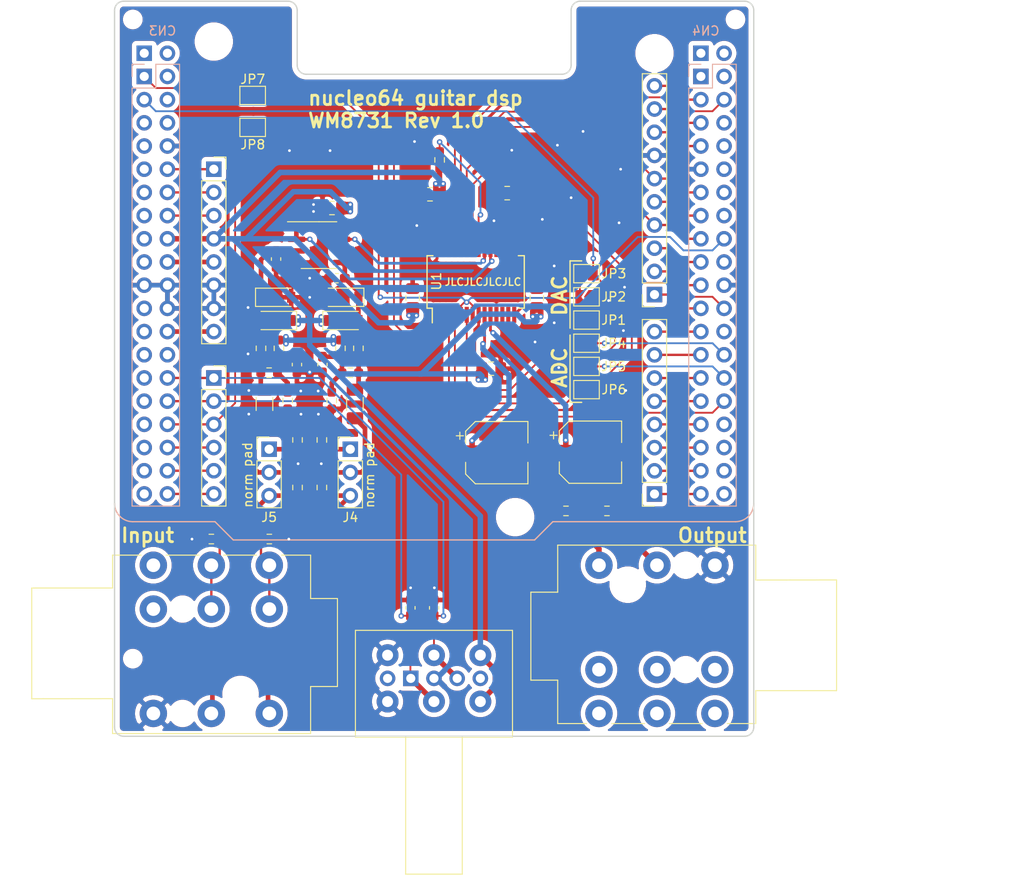
<source format=kicad_pcb>
(kicad_pcb (version 20171130) (host pcbnew 5.1.9+dfsg1-1~bpo10+1)
  (layers (0 Front signal) (1 In1.Cu signal) (2 In2.Cu signal) (31 Back signal) (34 B.Paste user) (35 F.Paste user) (36 B.SilkS user) (37 F.SilkS user) (38 B.Mask user) (39 F.Mask user) (44 Edge.Cuts user))
  (net 0 "")
  (net 1 GND)
  (net 2 "Net-(C5-Pad2)")
  (net 3 "Net-(C5-Pad1)")
  (net 4 "Net-(C6-Pad2)")
  (net 5 "Net-(C6-Pad1)")
  (net 6 +3V3)
  (net 7 /PA9)
  (net 8 /PC7)
  (net 9 /PB6)
  (net 10 /PA6)
  (net 11 /N_AVDD)
  (net 12 /PB9)
  (net 13 /PB8)
  (net 14 /VIN)
  (net 15 /N_+5V)
  (net 16 /RESET)
  (net 17 /IOREF)
  (net 18 "Net-(CN2-Pad1)")
  (net 19 /PC0)
  (net 20 /PC3)
  (net 21 /PC1)
  (net 22 /PC2)
  (net 23 /VBAT)
  (net 24 /PH1)
  (net 25 /PA1)
  (net 26 /PH0)
  (net 27 /PA0)
  (net 28 /PC15)
  (net 29 "Net-(CN3-Pad26)")
  (net 30 /PC14)
  (net 31 /PC13)
  (net 32 /PB7)
  (net 33 /PA15)
  (net 34 /PA14)
  (net 35 /PA13)
  (net 36 "Net-(CN3-Pad11)")
  (net 37 "Net-(CN3-Pad9)")
  (net 38 /BOOT0)
  (net 39 /E5V)
  (net 40 /N_VDD)
  (net 41 /PD2)
  (net 42 /PC11)
  (net 43 "Net-(CN4-Pad38)")
  (net 44 /PA3)
  (net 45 "Net-(CN4-Pad36)")
  (net 46 /PA2)
  (net 47 /PC4)
  (net 48 /N_AGND)
  (net 49 /PB3)
  (net 50 /PB5)
  (net 51 /PB4)
  (net 52 /PB10)
  (net 53 /PA8)
  (net 54 "Net-(CN4-Pad18)")
  (net 55 /PA11)
  (net 56 /PA12)
  (net 57 "Net-(CN4-Pad10)")
  (net 58 /U5V)
  (net 59 /PC5)
  (net 60 /PC8)
  (net 61 /PC9)
  (net 62 /ADC_DOUT)
  (net 63 /DAC_DIN)
  (net 64 /I2S_MCK)
  (net 65 /I2S_CK)
  (net 66 /I2S_WS)
  (net 67 "Net-(Cb1-Pad2)")
  (net 68 "Net-(Cb2-Pad2)")
  (net 69 /input_buffer/LIN)
  (net 70 /input_buffer/RIN)
  (net 71 /I2S2_SD)
  (net 72 /I2S2ext_SD)
  (net 73 /I2S3_SD)
  (net 74 "Net-(J4-Pad1)")
  (net 75 "Net-(J5-Pad1)")
  (net 76 SPI_SCK)
  (net 77 SPI_MOSI)
  (net 78 SPI_CS)
  (net 79 /LBOUT)
  (net 80 /RBOUT)
  (net 81 "Net-(J1-PadRN)")
  (net 82 "Net-(J1-PadTN)")
  (net 83 /input_buffer/Lbias1)
  (net 84 /input_buffer/Rbias1)
  (net 85 /PB0)
  (net 86 /PA10)
  (net 87 /PB1)
  (net 88 /WM8731/LHPOUT)
  (net 89 /WM8731/RHPOUT)
  (net 90 /WM8731/MODE)
  (net 91 "Net-(U1-Pad26)")
  (net 92 "Net-(U1-Pad18)")
  (net 93 "Net-(U1-Pad17)")
  (net 94 "Net-(U1-Pad13)")
  (net 95 "Net-(U1-Pad12)")
  (net 96 "Net-(U1-Pad2)")
  (net 97 /I2S3_WS)
  (net 98 /I2S3_CK)
  (net 99 /WM8731/VMID)
  (net 100 /WM8731/WMLHP)
  (net 101 /WM8731/WMRHP)
  (module Capacitor_SMD:C_0805_2012Metric_Pad1.18x1.45mm_HandSolder (layer Front) (at 153.8125 85.6488 180)
    (fp_text reference Cb7 hide)
    (fp_text value 22u)
    (pad 2 smd roundrect (at 1.0375 0 180) (size 1.175 1.45) (layers Front F.Paste F.Mask) (roundrect_rratio 0.2127659574468085) (net 1 GND))
    (pad 1 smd roundrect (at -1.0375 0 180) (size 1.175 1.45) (layers Front F.Paste F.Mask) (roundrect_rratio 0.2127659574468085) (net 6 +3V3))
  )
  (module Capacitor_SMD:C_0805_2012Metric_Pad1.18x1.45mm_HandSolder (layer Front) (at 164.5455 84.1448 180)
    (fp_text reference Cb3 hide)
    (fp_text value 22u)
    (pad 2 smd roundrect (at 1.0375 0 180) (size 1.175 1.45) (layers Front F.Paste F.Mask) (roundrect_rratio 0.2127659574468085) (net 1 GND))
    (pad 1 smd roundrect (at -1.0375 0 180) (size 1.175 1.45) (layers Front F.Paste F.Mask) (roundrect_rratio 0.2127659574468085) (net 6 +3V3))
  )
  (module Package_SO:SSOP-28_5.3x10.2mm_P0.65mm (layer Front) (at 169.5455 93.7448 90)
    (fp_text reference U1 (at 0.0766 -4.2915 90) (layer F.SilkS))
    (fp_text value WM8731SEDS)
    (pad 28 smd rect (at 3.6 -4.225 90) (size 1.75 0.45) (layers Front F.Paste F.Mask) (net 1 GND))
    (pad 27 smd rect (at 3.6 -3.575 90) (size 1.75 0.45) (layers Front F.Paste F.Mask) (net 6 +3V3))
    (pad 26 smd rect (at 3.6 -2.925 90) (size 1.75 0.45) (layers Front F.Paste F.Mask) (net 91 "Net-(U1-Pad26)"))
    (pad 25 smd rect (at 3.6 -2.275 90) (size 1.75 0.45) (layers Front F.Paste F.Mask) (net 64 /I2S_MCK))
    (pad 24 smd rect (at 3.6 -1.625 90) (size 1.75 0.45) (layers Front F.Paste F.Mask) (net 76 SPI_SCK))
    (pad 23 smd rect (at 3.6 -0.975 90) (size 1.75 0.45) (layers Front F.Paste F.Mask) (net 77 SPI_MOSI))
    (pad 22 smd rect (at 3.6 -0.325 90) (size 1.75 0.45) (layers Front F.Paste F.Mask) (net 78 SPI_CS))
    (pad 21 smd rect (at 3.6 0.325 90) (size 1.75 0.45) (layers Front F.Paste F.Mask) (net 90 /WM8731/MODE))
    (pad 20 smd rect (at 3.6 0.975 90) (size 1.75 0.45) (layers Front F.Paste F.Mask) (net 79 /LBOUT))
    (pad 19 smd rect (at 3.6 1.625 90) (size 1.75 0.45) (layers Front F.Paste F.Mask) (net 80 /RBOUT))
    (pad 18 smd rect (at 3.6 2.275 90) (size 1.75 0.45) (layers Front F.Paste F.Mask) (net 92 "Net-(U1-Pad18)"))
    (pad 17 smd rect (at 3.6 2.925 90) (size 1.75 0.45) (layers Front F.Paste F.Mask) (net 93 "Net-(U1-Pad17)"))
    (pad 16 smd rect (at 3.6 3.575 90) (size 1.75 0.45) (layers Front F.Paste F.Mask) (net 99 /WM8731/VMID))
    (pad 15 smd rect (at 3.6 4.225 90) (size 1.75 0.45) (layers Front F.Paste F.Mask) (net 1 GND))
    (pad 14 smd rect (at -3.6 4.225 90) (size 1.75 0.45) (layers Front F.Paste F.Mask) (net 6 +3V3))
    (pad 13 smd rect (at -3.6 3.575 90) (size 1.75 0.45) (layers Front F.Paste F.Mask) (net 94 "Net-(U1-Pad13)"))
    (pad 12 smd rect (at -3.6 2.925 90) (size 1.75 0.45) (layers Front F.Paste F.Mask) (net 95 "Net-(U1-Pad12)"))
    (pad 11 smd rect (at -3.6 2.275 90) (size 1.75 0.45) (layers Front F.Paste F.Mask) (net 1 GND))
    (pad 10 smd rect (at -3.6 1.625 90) (size 1.75 0.45) (layers Front F.Paste F.Mask) (net 101 /WM8731/WMRHP))
    (pad 9 smd rect (at -3.6 0.975 90) (size 1.75 0.45) (layers Front F.Paste F.Mask) (net 100 /WM8731/WMLHP))
    (pad 8 smd rect (at -3.6 0.325 90) (size 1.75 0.45) (layers Front F.Paste F.Mask) (net 6 +3V3))
    (pad 7 smd rect (at -3.6 -0.325 90) (size 1.75 0.45) (layers Front F.Paste F.Mask) (net 66 /I2S_WS))
    (pad 6 smd rect (at -3.6 -0.975 90) (size 1.75 0.45) (layers Front F.Paste F.Mask) (net 62 /ADC_DOUT))
    (pad 5 smd rect (at -3.6 -1.625 90) (size 1.75 0.45) (layers Front F.Paste F.Mask) (net 66 /I2S_WS))
    (pad 4 smd rect (at -3.6 -2.275 90) (size 1.75 0.45) (layers Front F.Paste F.Mask) (net 63 /DAC_DIN))
    (pad 3 smd rect (at -3.6 -2.925 90) (size 1.75 0.45) (layers Front F.Paste F.Mask) (net 65 /I2S_CK))
    (pad 2 smd rect (at -3.6 -3.575 90) (size 1.75 0.45) (layers Front F.Paste F.Mask) (net 96 "Net-(U1-Pad2)"))
    (pad 1 smd rect (at -3.6 -4.225 90) (size 1.75 0.45) (layers Front F.Paste F.Mask) (net 6 +3V3))
  )
  (module Connector_PinSocket_2.54mm:PinSocket_2x19_P2.54mm_Vertical (layer Back) (at 194.21 71.24 180)
    (fp_text reference CN4 (at -0.54 4.99) (layer B.SilkS) (effects (justify mirror)))
    (fp_text value Conn_02x19_Odd_Even)
    (pad 38 thru_hole oval (at -2.54 -45.72 180) (size 1.7 1.7) (drill 1) (layers *.Cu *.Mask) (net 43 "Net-(CN4-Pad38)"))
    (pad 37 thru_hole oval (at 0 -45.72 180) (size 1.7 1.7) (drill 1) (layers *.Cu *.Mask) (net 44 /PA3))
    (pad 36 thru_hole oval (at -2.54 -43.18 180) (size 1.7 1.7) (drill 1) (layers *.Cu *.Mask) (net 45 "Net-(CN4-Pad36)"))
    (pad 35 thru_hole oval (at 0 -43.18 180) (size 1.7 1.7) (drill 1) (layers *.Cu *.Mask) (net 46 /PA2))
    (pad 34 thru_hole oval (at -2.54 -40.64 180) (size 1.7 1.7) (drill 1) (layers *.Cu *.Mask) (net 47 /PC4))
    (pad 33 thru_hole oval (at 0 -40.64 180) (size 1.7 1.7) (drill 1) (layers *.Cu *.Mask) (net 86 /PA10))
    (pad 32 thru_hole oval (at -2.54 -38.1 180) (size 1.7 1.7) (drill 1) (layers *.Cu *.Mask) (net 48 /N_AGND))
    (pad 31 thru_hole oval (at 0 -38.1 180) (size 1.7 1.7) (drill 1) (layers *.Cu *.Mask) (net 49 /PB3))
    (pad 30 thru_hole oval (at -2.54 -35.56 180) (size 1.7 1.7) (drill 1) (layers *.Cu *.Mask) (net 65 /I2S_CK))
    (pad 29 thru_hole oval (at 0 -35.56 180) (size 1.7 1.7) (drill 1) (layers *.Cu *.Mask) (net 50 /PB5))
    (pad 28 thru_hole oval (at -2.54 -33.02 180) (size 1.7 1.7) (drill 1) (layers *.Cu *.Mask) (net 72 /I2S2ext_SD))
    (pad 27 thru_hole oval (at 0 -33.02 180) (size 1.7 1.7) (drill 1) (layers *.Cu *.Mask) (net 51 /PB4))
    (pad 26 thru_hole oval (at -2.54 -30.48 180) (size 1.7 1.7) (drill 1) (layers *.Cu *.Mask) (net 71 /I2S2_SD))
    (pad 25 thru_hole oval (at 0 -30.48 180) (size 1.7 1.7) (drill 1) (layers *.Cu *.Mask) (net 52 /PB10))
    (pad 24 thru_hole oval (at -2.54 -27.94 180) (size 1.7 1.7) (drill 1) (layers *.Cu *.Mask) (net 87 /PB1))
    (pad 23 thru_hole oval (at 0 -27.94 180) (size 1.7 1.7) (drill 1) (layers *.Cu *.Mask) (net 53 /PA8))
    (pad 22 thru_hole oval (at -2.54 -25.4 180) (size 1.7 1.7) (drill 1) (layers *.Cu *.Mask) (net 78 SPI_CS))
    (pad 21 thru_hole oval (at 0 -25.4 180) (size 1.7 1.7) (drill 1) (layers *.Cu *.Mask) (net 7 /PA9))
    (pad 20 thru_hole oval (at -2.54 -22.86 180) (size 1.7 1.7) (drill 1) (layers *.Cu *.Mask) (net 1 GND))
    (pad 19 thru_hole oval (at 0 -22.86 180) (size 1.7 1.7) (drill 1) (layers *.Cu *.Mask) (net 8 /PC7))
    (pad 18 thru_hole oval (at -2.54 -20.32 180) (size 1.7 1.7) (drill 1) (layers *.Cu *.Mask) (net 54 "Net-(CN4-Pad18)"))
    (pad 17 thru_hole oval (at 0 -20.32 180) (size 1.7 1.7) (drill 1) (layers *.Cu *.Mask) (net 9 /PB6))
    (pad 16 thru_hole oval (at -2.54 -17.78 180) (size 1.7 1.7) (drill 1) (layers *.Cu *.Mask) (net 66 /I2S_WS))
    (pad 15 thru_hole oval (at 0 -17.78 180) (size 1.7 1.7) (drill 1) (layers *.Cu *.Mask) (net 77 SPI_MOSI))
    (pad 14 thru_hole oval (at -2.54 -15.24 180) (size 1.7 1.7) (drill 1) (layers *.Cu *.Mask) (net 55 /PA11))
    (pad 13 thru_hole oval (at 0 -15.24 180) (size 1.7 1.7) (drill 1) (layers *.Cu *.Mask) (net 10 /PA6))
    (pad 12 thru_hole oval (at -2.54 -12.7 180) (size 1.7 1.7) (drill 1) (layers *.Cu *.Mask) (net 56 /PA12))
    (pad 11 thru_hole oval (at 0 -12.7 180) (size 1.7 1.7) (drill 1) (layers *.Cu *.Mask) (net 76 SPI_SCK))
    (pad 10 thru_hole oval (at -2.54 -10.16 180) (size 1.7 1.7) (drill 1) (layers *.Cu *.Mask) (net 57 "Net-(CN4-Pad10)"))
    (pad 9 thru_hole oval (at 0 -10.16 180) (size 1.7 1.7) (drill 1) (layers *.Cu *.Mask) (net 1 GND))
    (pad 8 thru_hole oval (at -2.54 -7.62 180) (size 1.7 1.7) (drill 1) (layers *.Cu *.Mask) (net 58 /U5V))
    (pad 7 thru_hole oval (at 0 -7.62 180) (size 1.7 1.7) (drill 1) (layers *.Cu *.Mask) (net 11 /N_AVDD))
    (pad 6 thru_hole oval (at -2.54 -5.08 180) (size 1.7 1.7) (drill 1) (layers *.Cu *.Mask) (net 59 /PC5))
    (pad 5 thru_hole oval (at 0 -5.08 180) (size 1.7 1.7) (drill 1) (layers *.Cu *.Mask) (net 12 /PB9))
    (pad 4 thru_hole oval (at -2.54 -2.54 180) (size 1.7 1.7) (drill 1) (layers *.Cu *.Mask) (net 64 /I2S_MCK))
    (pad 3 thru_hole oval (at 0 -2.54 180) (size 1.7 1.7) (drill 1) (layers *.Cu *.Mask) (net 13 /PB8))
    (pad 2 thru_hole oval (at -2.54 0 180) (size 1.7 1.7) (drill 1) (layers *.Cu *.Mask) (net 60 /PC8))
    (pad 1 thru_hole rect (at 0 0 180) (size 1.7 1.7) (drill 1) (layers *.Cu *.Mask) (net 61 /PC9))
  )
  (module Resistor_SMD:R_0603_1608Metric_Pad0.98x0.95mm_HandSolder (layer Front) (at 165.6 80.3825 90)
    (fp_text reference R13 hide)
    (fp_text value 10k)
    (pad 2 smd roundrect (at 0.9125 0 90) (size 0.975 0.95) (layers Front F.Paste F.Mask) (net 90 /WM8731/MODE))
    (pad 1 smd roundrect (at -0.9125 0 90) (size 0.975 0.95) (layers Front F.Paste F.Mask) (net 6 +3V3))
  )
  (module Resistor_SMD:R_0603_1608Metric_Pad0.98x0.95mm_HandSolder (layer Front) (at 183.9249 118.82 180)
    (fp_text reference R2 hide)
    (fp_text value 4.7k)
    (pad 2 smd roundrect (at 0.9125 0 180) (size 0.975 0.95) (layers Front F.Paste F.Mask) (net 1 GND))
    (pad 1 smd roundrect (at -0.9125 0 180) (size 0.975 0.95) (layers Front F.Paste F.Mask) (net 89 /WM8731/RHPOUT))
  )
  (module Resistor_SMD:R_0603_1608Metric_Pad0.98x0.95mm_HandSolder (layer Front) (at 179.4375 118.82 180)
    (fp_text reference R1 hide)
    (fp_text value 4.7k)
    (pad 2 smd roundrect (at 0.9125 0 180) (size 0.975 0.95) (layers Front F.Paste F.Mask) (net 1 GND))
    (pad 1 smd roundrect (at -0.9125 0 180) (size 0.975 0.95) (layers Front F.Paste F.Mask) (net 88 /WM8731/LHPOUT))
  )
  (module Capacitor_SMD:C_0805_2012Metric_Pad1.18x1.45mm_HandSolder (layer Front) (at 173 84.02)
    (fp_text reference Cb8 hide)
    (fp_text value 22u)
    (pad 2 smd roundrect (at 1.0375 0) (size 1.175 1.45) (layers Front F.Paste F.Mask) (roundrect_rratio 0.2127659574468085) (net 1 GND))
    (pad 1 smd roundrect (at -1.0375 0) (size 1.175 1.45) (layers Front F.Paste F.Mask) (roundrect_rratio 0.2127659574468085) (net 99 /WM8731/VMID))
  )
  (module Capacitor_SMD:C_0805_2012Metric_Pad1.18x1.45mm_HandSolder (layer Front) (at 171.2572 103.244)
    (fp_text reference Cb6 hide)
    (fp_text value 22u)
    (pad 2 smd roundrect (at 1.0375 0) (size 1.175 1.45) (layers Front F.Paste F.Mask) (roundrect_rratio 0.2127659574468085) (net 1 GND))
    (pad 1 smd roundrect (at -1.0375 0) (size 1.175 1.45) (layers Front F.Paste F.Mask) (roundrect_rratio 0.2127659574468085) (net 6 +3V3))
  )
  (module Capacitor_SMD:C_0805_2012Metric_Pad1.18x1.45mm_HandSolder (layer Front) (at 176.2455 95.5073 90)
    (fp_text reference Cb5 hide)
    (fp_text value 22u)
    (pad 2 smd roundrect (at 1.0375 0 90) (size 1.175 1.45) (layers Front F.Paste F.Mask) (roundrect_rratio 0.2127659574468085) (net 1 GND))
    (pad 1 smd roundrect (at -1.0375 0 90) (size 1.175 1.45) (layers Front F.Paste F.Mask) (roundrect_rratio 0.2127659574468085) (net 6 +3V3))
  )
  (module Capacitor_SMD:C_0805_2012Metric_Pad1.18x1.45mm_HandSolder (layer Front) (at 162.6455 95.5073 90)
    (fp_text reference Cb4 hide)
    (fp_text value 22u)
    (pad 2 smd roundrect (at 1.0375 0 90) (size 1.175 1.45) (layers Front F.Paste F.Mask) (roundrect_rratio 0.2127659574468085) (net 1 GND))
    (pad 1 smd roundrect (at -1.0375 0 90) (size 1.175 1.45) (layers Front F.Paste F.Mask) (roundrect_rratio 0.2127659574468085) (net 6 +3V3))
  )
  (module Capacitor_SMD:CP_Elec_6.3x7.7 (layer Front) (at 182.1196 112.388)
    (fp_text reference C2 hide)
    (fp_text value 220u)
    (pad 2 smd roundrect (at 2.7 0) (size 3.5 1.6) (layers Front F.Paste F.Mask) (roundrect_rratio 0.15625) (net 89 /WM8731/RHPOUT))
    (pad 1 smd roundrect (at -2.7 0) (size 3.5 1.6) (layers Front F.Paste F.Mask) (roundrect_rratio 0.15625) (net 101 /WM8731/WMRHP))
  )
  (module Capacitor_SMD:CP_Elec_6.3x7.7 (layer Front) (at 171.858 112.4388)
    (fp_text reference C1 hide)
    (fp_text value 220u)
    (pad 2 smd roundrect (at 2.7 0) (size 3.5 1.6) (layers Front F.Paste F.Mask) (roundrect_rratio 0.15625) (net 88 /WM8731/LHPOUT))
    (pad 1 smd roundrect (at -2.7 0) (size 3.5 1.6) (layers Front F.Paste F.Mask) (roundrect_rratio 0.15625) (net 100 /WM8731/WMLHP))
  )
  (module nucleo64-guitar-dsp:Jack_6.35mm_Neutrik_NM+NR (layer Front) (at 183.05 124.77)
    (fp_text reference J2 hide)
    (fp_text value AudioJack)
    (pad RN thru_hole circle (at 6.35 11.43) (size 3 3) (drill 1.5) (layers *.Cu *.Mask))
    (pad T thru_hole circle (at 0 0) (size 3 3) (drill 1.5) (layers *.Cu *.Mask) (net 88 /WM8731/LHPOUT))
    (pad S thru_hole circle (at 12.7 0) (size 3 3) (drill 1.5) (layers *.Cu *.Mask) (net 1 GND))
    (pad SN thru_hole circle (at 12.7 11.43) (size 3 3) (drill 1.5) (layers *.Cu *.Mask))
    (pad "" np_thru_hole circle (at 3.15 2.13) (size 3 3) (drill 3) (layers *.Cu *.Mask))
    (pad "" np_thru_hole circle (at 9.5 0) (size 2 2) (drill 2) (layers *.Cu *.Mask))
    (pad TN thru_hole circle (at 0 11.43) (size 3 3) (drill 1.5) (layers *.Cu *.Mask))
    (pad R thru_hole circle (at 6.35 0) (size 3 3) (drill 1.5) (layers *.Cu *.Mask) (net 89 /WM8731/RHPOUT))
    (pad "" np_thru_hole circle (at 9.5 11.43) (size 2 2) (drill 2) (layers *.Cu *.Mask))
    (pad "" np_thru_hole circle (at 3.15 2.13) (size 3 3) (drill 3) (layers *.Cu *.Mask))
    (pad "" np_thru_hole circle (at 9.5 11.43) (size 2 2) (drill 2) (layers *.Cu *.Mask))
    (pad "" np_thru_hole circle (at 9.5 0) (size 2 2) (drill 2) (layers *.Cu *.Mask))
    (pad SN thru_hole circle (at 12.7 16.23) (size 3 3) (drill 1.5) (layers *.Cu *.Mask))
    (pad RN thru_hole circle (at 6.35 16.23) (size 3 3) (drill 1.5) (layers *.Cu *.Mask))
    (pad TN thru_hole circle (at 0 16.23) (size 3 3) (drill 1.5) (layers *.Cu *.Mask))
  )
  (module nucleo64-guitar-dsp:Jack_6.35mm_Neutrik_NM+NR (layer Front) (at 146.95 141 180)
    (fp_text reference J1 hide)
    (fp_text value AudioJack)
    (pad RN thru_hole circle (at 6.35 11.43 180) (size 3 3) (drill 1.5) (layers *.Cu *.Mask) (net 81 "Net-(J1-PadRN)"))
    (pad T thru_hole circle (at 0 0 180) (size 3 3) (drill 1.5) (layers *.Cu *.Mask) (net 69 /input_buffer/LIN))
    (pad S thru_hole circle (at 12.7 0 180) (size 3 3) (drill 1.5) (layers *.Cu *.Mask) (net 1 GND))
    (pad SN thru_hole circle (at 12.7 11.43 180) (size 3 3) (drill 1.5) (layers *.Cu *.Mask))
    (pad "" np_thru_hole circle (at 3.15 2.13 180) (size 3 3) (drill 3) (layers *.Cu *.Mask))
    (pad "" np_thru_hole circle (at 9.5 0 180) (size 2 2) (drill 2) (layers *.Cu *.Mask))
    (pad TN thru_hole circle (at 0 11.43 180) (size 3 3) (drill 1.5) (layers *.Cu *.Mask) (net 82 "Net-(J1-PadTN)"))
    (pad R thru_hole circle (at 6.35 0 180) (size 3 3) (drill 1.5) (layers *.Cu *.Mask) (net 70 /input_buffer/RIN))
    (pad "" np_thru_hole circle (at 9.5 11.43 180) (size 2 2) (drill 2) (layers *.Cu *.Mask))
    (pad "" np_thru_hole circle (at 3.15 2.13 180) (size 3 3) (drill 3) (layers *.Cu *.Mask))
    (pad "" np_thru_hole circle (at 9.5 11.43 180) (size 2 2) (drill 2) (layers *.Cu *.Mask))
    (pad "" np_thru_hole circle (at 9.5 0 180) (size 2 2) (drill 2) (layers *.Cu *.Mask))
    (pad SN thru_hole circle (at 12.7 16.23 180) (size 3 3) (drill 1.5) (layers *.Cu *.Mask))
    (pad RN thru_hole circle (at 6.35 16.23 180) (size 3 3) (drill 1.5) (layers *.Cu *.Mask) (net 81 "Net-(J1-PadRN)"))
    (pad TN thru_hole circle (at 0 16.23 180) (size 3 3) (drill 1.5) (layers *.Cu *.Mask) (net 82 "Net-(J1-PadTN)"))
  )
  (module Connector_PinSocket_2.54mm:PinSocket_2x01_P2.54mm_Vertical (layer Back) (at 133.25 68.7 180)
    (fp_text reference REF** hide)
    (fp_text value PinSocket_2x01_P2.54mm_Vertical hide)
    (pad 2 thru_hole oval (at -2.54 0 180) (size 1.7 1.7) (drill 1) (layers *.Cu *.Mask))
    (pad 1 thru_hole rect (at 0 0 180) (size 1.7 1.7) (drill 1) (layers *.Cu *.Mask))
  )
  (module Connector_PinSocket_2.54mm:PinSocket_2x01_P2.54mm_Vertical (layer Back) (at 194.21 68.7 180)
    (fp_text reference REF** hide)
    (fp_text value PinSocket_2x01_P2.54mm_Vertical hide)
    (pad 2 thru_hole oval (at -2.54 0 180) (size 1.7 1.7) (drill 1) (layers *.Cu *.Mask))
    (pad 1 thru_hole rect (at 0 0 180) (size 1.7 1.7) (drill 1) (layers *.Cu *.Mask))
  )
  (module Resistor_SMD:R_0603_1608Metric_Pad0.98x0.95mm_HandSolder (layer Front) (at 146.9263 103.6828 180)
    (fp_text reference R12 hide)
    (fp_text value 1Meg)
    (pad 2 smd roundrect (at 0.9125 0 180) (size 0.975 0.95) (layers Front F.Paste F.Mask) (net 5 "Net-(C6-Pad1)"))
    (pad 1 smd roundrect (at -0.9125 0 180) (size 0.975 0.95) (layers Front F.Paste F.Mask) (net 84 /input_buffer/Rbias1))
  )
  (module Resistor_SMD:R_0603_1608Metric_Pad0.98x0.95mm_HandSolder (layer Front) (at 155.8163 103.6828)
    (fp_text reference R11 hide)
    (fp_text value 1Meg)
    (pad 2 smd roundrect (at 0.9125 0) (size 0.975 0.95) (layers Front F.Paste F.Mask) (net 3 "Net-(C5-Pad1)"))
    (pad 1 smd roundrect (at -0.9125 0) (size 0.975 0.95) (layers Front F.Paste F.Mask) (net 83 /input_buffer/Lbias1))
  )
  (module Resistor_SMD:R_0603_1608Metric_Pad0.98x0.95mm_HandSolder (layer Front) (at 140.6 121.9 180)
    (fp_text reference R4 hide)
    (fp_text value 10k)
    (pad 2 smd roundrect (at 0.9125 0 180) (size 0.975 0.95) (layers Front F.Paste F.Mask) (net 1 GND))
    (pad 1 smd roundrect (at -0.9125 0 180) (size 0.975 0.95) (layers Front F.Paste F.Mask) (net 81 "Net-(J1-PadRN)"))
  )
  (module Resistor_SMD:R_0603_1608Metric_Pad0.98x0.95mm_HandSolder (layer Front) (at 146.95 121.9)
    (fp_text reference R3 hide)
    (fp_text value 10k)
    (pad 2 smd roundrect (at 0.9125 0) (size 0.975 0.95) (layers Front F.Paste F.Mask) (net 1 GND))
    (pad 1 smd roundrect (at -0.9125 0) (size 0.975 0.95) (layers Front F.Paste F.Mask) (net 82 "Net-(J1-PadTN)"))
  )
  (module Capacitor_SMD:C_0603_1608Metric_Pad1.08x0.95mm_HandSolder (layer Front) (at 149.9743 102.7938 270)
    (fp_text reference C9 hide)
    (fp_text value 0.1u)
    (pad 2 smd roundrect (at 0.8625 0 270) (size 1.075 0.95) (layers Front F.Paste F.Mask) (net 1 GND))
    (pad 1 smd roundrect (at -0.8625 0 270) (size 1.075 0.95) (layers Front F.Paste F.Mask) (net 84 /input_buffer/Rbias1))
  )
  (module Capacitor_SMD:C_0603_1608Metric_Pad1.08x0.95mm_HandSolder (layer Front) (at 152.7683 102.7938 270)
    (fp_text reference C8 hide)
    (fp_text value 0.1u)
    (pad 2 smd roundrect (at 0.8625 0 270) (size 1.075 0.95) (layers Front F.Paste F.Mask) (net 1 GND))
    (pad 1 smd roundrect (at -0.8625 0 270) (size 1.075 0.95) (layers Front F.Paste F.Mask) (net 83 /input_buffer/Lbias1))
  )
  (module nucleo64-guitar-dsp:Potentiometer_or_Rotary_Encoder (layer Front) (at 164.98 139.7 270)
    (fp_text reference U2 hide)
    (fp_text value Potentiometer_or_Rotary_coder)
    (pad MP thru_hole oval (at -2.54 5.08 270) (size 1.7 1.7) (drill 1) (layers *.Cu *.Mask))
    (pad MP thru_hole oval (at -2.54 -5.08 270) (size 1.7 1.7) (drill 1) (layers *.Cu *.Mask))
    (pad B thru_hole oval (at -2.54 -2.54 270) (size 1.7 1.7) (drill 1) (layers *.Cu *.Mask) (net 27 /PA0))
    (pad A thru_hole rect (at -2.54 2.54 270) (size 1.7 1.7) (drill 1) (layers *.Cu *.Mask) (net 25 /PA1))
    (pad C thru_hole oval (at -2.54 0 270) (size 1.7 1.7) (drill 1) (layers *.Cu *.Mask) (net 1 GND))
    (pad 6 thru_hole circle (at -5.08 -5.08 270) (size 2.4 2.4) (drill 1.2) (layers *.Cu *.Mask) (net 6 +3V3))
    (pad 5 thru_hole circle (at -5.08 0 270) (size 2.4 2.4) (drill 1.2) (layers *.Cu *.Mask) (net 27 /PA0))
    (pad 4 thru_hole circle (at -5.08 5.08 270) (size 2.4 2.4) (drill 1.2) (layers *.Cu *.Mask) (net 1 GND))
    (pad 3 thru_hole circle (at 0 -5.08 270) (size 2.4 2.4) (drill 1.2) (layers *.Cu *.Mask) (net 6 +3V3))
    (pad 2 thru_hole circle (at 0 0 270) (size 2.4 2.4) (drill 1.2) (layers *.Cu *.Mask) (net 25 /PA1))
    (pad 1 thru_hole circle (at 0 5.08 270) (size 2.4 2.4) (drill 1.2) (layers *.Cu *.Mask) (net 1 GND))
  )
  (module MountingHole:MountingHole_3.2mm_M3_ISO14580 (layer Back) (at 173.87 119.5 180)
    (fp_text reference H3 hide)
    (fp_text value MountingHole)
    (pad 1 np_thru_hole circle (at 0 0 180) (size 3.2 3.2) (drill 3.2) (layers *.Cu *.Mask))
  )
  (module MountingHole:MountingHole_3.2mm_M3_ISO14580 (layer Back) (at 189.13 68.7 180)
    (fp_text reference H2 hide)
    (fp_text value MountingHole)
    (pad 1 np_thru_hole circle (at 0 0 180) (size 3.2 3.2) (drill 3.2) (layers *.Cu *.Mask))
  )
  (module MountingHole:MountingHole_3.2mm_M3_ISO14580 (layer Back) (at 140.87 67.42 180)
    (fp_text reference H1 hide)
    (fp_text value MountingHole)
    (pad 1 np_thru_hole circle (at 0 0 180) (size 3.2 3.2) (drill 3.2) (layers *.Cu *.Mask))
  )
  (module Capacitor_SMD:C_0603_1608Metric_Pad1.08x0.95mm_HandSolder (layer Front) (at 162.4 129.4375 90)
    (fp_text reference C7 hide)
    (fp_text value 0.1u)
    (pad 2 smd roundrect (at 0.8625 0 90) (size 1.075 0.95) (layers Front F.Paste F.Mask) (net 1 GND))
    (pad 1 smd roundrect (at -0.8625 0 90) (size 1.075 0.95) (layers Front F.Paste F.Mask) (net 25 /PA1))
  )
  (module Capacitor_SMD:C_0603_1608Metric_Pad1.08x0.95mm_HandSolder (layer Front) (at 165 129.4375 90)
    (fp_text reference C4 hide)
    (fp_text value 0.1u)
    (pad 2 smd roundrect (at 0.8625 0 90) (size 1.075 0.95) (layers Front F.Paste F.Mask) (net 1 GND))
    (pad 1 smd roundrect (at -0.8625 0 90) (size 1.075 0.95) (layers Front F.Paste F.Mask) (net 27 /PA0))
  )
  (module ToolingHole:JLCPCB_2_layer (layer Front) (at 198 65)
    (fp_text reference H5 hide)
    (fp_text value ToolingHole hide)
    (pad "" np_thru_hole circle (at 0 0) (size 1.152 1.152) (drill 1.152) (layers *.Cu *.Mask) (clearance 0.124))
  )
  (module ToolingHole:JLCPCB_2_layer (layer Back) (at 132 135)
    (fp_text reference H6 hide)
    (fp_text value ToolingHole hide)
    (pad "" np_thru_hole circle (at 0 0) (size 1.152 1.152) (drill 1.152) (layers *.Cu *.Mask) (clearance 0.124))
  )
  (module ToolingHole:JLCPCB_2_layer (layer Front) (at 132 65)
    (fp_text reference H4 hide)
    (fp_text value ToolingHole hide)
    (pad "" np_thru_hole circle (at 0 0) (size 1.152 1.152) (drill 1.152) (layers *.Cu *.Mask) (clearance 0.124))
  )
  (module Capacitor_SMD:C_1206_3216Metric_Pad1.33x1.80mm_HandSolder (layer Front) (at 146.4183 107.1118 270)
    (fp_text reference C6 hide)
    (fp_text value 1u)
    (pad 2 smd roundrect (at 1.5625 0 270) (size 1.325 1.8) (layers Front F.Paste F.Mask) (roundrect_rratio 0.1886784905660377) (net 4 "Net-(C6-Pad2)"))
    (pad 1 smd roundrect (at -1.5625 0 270) (size 1.325 1.8) (layers Front F.Paste F.Mask) (roundrect_rratio 0.1886784905660377) (net 5 "Net-(C6-Pad1)"))
  )
  (module Resistor_SMD:R_0603_1608Metric_Pad0.98x0.95mm_HandSolder (layer Front) (at 152.7048 111.0488 90)
    (fp_text reference R17 hide)
    (fp_text value 4.7k)
    (pad 2 smd roundrect (at 0.9125 0 90) (size 0.975 0.95) (layers Front F.Paste F.Mask) (net 1 GND))
    (pad 1 smd roundrect (at -0.9125 0 90) (size 0.975 0.95) (layers Front F.Paste F.Mask) (net 74 "Net-(J4-Pad1)"))
  )
  (module Diode_SMD:D_SOD-123 (layer Front) (at 147.6883 95.4278)
    (fp_text reference D4 hide)
    (fp_text value 1N4148)
    (pad 2 smd rect (at 1.65 0) (size 0.9 1.2) (layers Front F.Paste F.Mask) (net 1 GND))
    (pad 1 smd rect (at -1.65 0) (size 0.9 1.2) (layers Front F.Paste F.Mask) (net 68 "Net-(Cb2-Pad2)"))
  )
  (module Diode_SMD:D_SOD-123 (layer Front) (at 147.6883 97.9678 180)
    (fp_text reference D3 hide)
    (fp_text value 1N4148)
    (pad 2 smd rect (at 1.65 0 180) (size 0.9 1.2) (layers Front F.Paste F.Mask) (net 68 "Net-(Cb2-Pad2)"))
    (pad 1 smd rect (at -1.65 0 180) (size 0.9 1.2) (layers Front F.Paste F.Mask) (net 6 +3V3))
  )
  (module Diode_SMD:D_SOD-123 (layer Front) (at 155.0543 95.4278 180)
    (fp_text reference D2 hide)
    (fp_text value 1N4148)
    (pad 2 smd rect (at 1.65 0 180) (size 0.9 1.2) (layers Front F.Paste F.Mask) (net 1 GND))
    (pad 1 smd rect (at -1.65 0 180) (size 0.9 1.2) (layers Front F.Paste F.Mask) (net 67 "Net-(Cb1-Pad2)"))
  )
  (module Diode_SMD:D_SOD-123 (layer Front) (at 155.0543 97.9678)
    (fp_text reference D1 hide)
    (fp_text value 1N4148)
    (pad 2 smd rect (at 1.65 0) (size 0.9 1.2) (layers Front F.Paste F.Mask) (net 67 "Net-(Cb1-Pad2)"))
    (pad 1 smd rect (at -1.65 0) (size 0.9 1.2) (layers Front F.Paste F.Mask) (net 6 +3V3))
  )
  (module Package_SO:SOIC-8_3.9x4.9mm_P1.27mm (layer Front) (at 152.3873 89.7128)
    (fp_text reference U3 hide)
    (fp_text value MCP6002)
    (pad 8 smd roundrect (at 2.475 -1.905) (size 1.95 0.6) (layers Front F.Paste F.Mask) (net 6 +3V3))
    (pad 7 smd roundrect (at 2.475 -0.635) (size 1.95 0.6) (layers Front F.Paste F.Mask) (net 79 /LBOUT))
    (pad 6 smd roundrect (at 2.475 0.635) (size 1.95 0.6) (layers Front F.Paste F.Mask) (net 79 /LBOUT))
    (pad 5 smd roundrect (at 2.475 1.905) (size 1.95 0.6) (layers Front F.Paste F.Mask) (net 67 "Net-(Cb1-Pad2)"))
    (pad 4 smd roundrect (at -2.475 1.905) (size 1.95 0.6) (layers Front F.Paste F.Mask) (net 1 GND))
    (pad 3 smd roundrect (at -2.475 0.635) (size 1.95 0.6) (layers Front F.Paste F.Mask) (net 68 "Net-(Cb2-Pad2)"))
    (pad 2 smd roundrect (at -2.475 -0.635) (size 1.95 0.6) (layers Front F.Paste F.Mask) (net 80 /RBOUT))
    (pad 1 smd roundrect (at -2.475 -1.905) (size 1.95 0.6) (layers Front F.Paste F.Mask) (net 80 /RBOUT))
  )
  (module Capacitor_SMD:C_1206_3216Metric_Pad1.33x1.80mm_HandSolder (layer Front) (at 156.3243 107.1118 270)
    (fp_text reference C5 hide)
    (fp_text value 1u)
    (pad 2 smd roundrect (at 1.5625 0 270) (size 1.325 1.8) (layers Front F.Paste F.Mask) (roundrect_rratio 0.1886784905660377) (net 2 "Net-(C5-Pad2)"))
    (pad 1 smd roundrect (at -1.5625 0 270) (size 1.325 1.8) (layers Front F.Paste F.Mask) (roundrect_rratio 0.1886784905660377) (net 3 "Net-(C5-Pad1)"))
  )
  (module Connector_PinHeader_2.54mm:PinHeader_1x03_P2.54mm_Vertical (layer Front) (at 146.9263 112.0648)
    (fp_text reference J5 (at 0 7.44982) (layer F.SilkS))
    (fp_text value Conn_01x03)
    (pad 3 thru_hole oval (at 0 5.08) (size 1.7 1.7) (drill 1) (layers *.Cu *.Mask) (net 70 /input_buffer/RIN))
    (pad 2 thru_hole oval (at 0 2.54) (size 1.7 1.7) (drill 1) (layers *.Cu *.Mask) (net 4 "Net-(C6-Pad2)"))
    (pad 1 thru_hole rect (at 0 0) (size 1.7 1.7) (drill 1) (layers *.Cu *.Mask) (net 75 "Net-(J5-Pad1)"))
  )
  (module Connector_PinHeader_2.54mm:PinHeader_1x03_P2.54mm_Vertical (layer Front) (at 155.8163 112.0648)
    (fp_text reference J4 (at 0.00508 7.45998) (layer F.SilkS))
    (fp_text value Conn_01x03)
    (pad 3 thru_hole oval (at 0 5.08) (size 1.7 1.7) (drill 1) (layers *.Cu *.Mask) (net 69 /input_buffer/LIN))
    (pad 2 thru_hole oval (at 0 2.54) (size 1.7 1.7) (drill 1) (layers *.Cu *.Mask) (net 2 "Net-(C5-Pad2)"))
    (pad 1 thru_hole rect (at 0 0) (size 1.7 1.7) (drill 1) (layers *.Cu *.Mask) (net 74 "Net-(J4-Pad1)"))
  )
  (module Jumper:SolderJumper-2_P1.3mm_Open_TrianglePad1.0x1.5mm (layer Front) (at 145.1248 76.82 180)
    (fp_text reference JP8 (at -0.0138 -1.88722) (layer F.SilkS))
    (fp_text value SolderJumper)
    (pad 2 smd custom (at 0.725 0 180) (size 0.3 0.3) (layers Front F.Mask) (net 97 /I2S3_WS) (options (clearance outline) (anchor rect)) (primitives (gr_poly (pts (xy -0.65 -0.75) (xy 0.5 -0.75) (xy 0.5 0.75) (xy -0.65 0.75) (xy -0.15 0)) (width 0))))
    (pad 1 smd custom (at -0.725 0 180) (size 0.3 0.3) (layers Front F.Mask) (net 66 /I2S_WS) (options (clearance outline) (anchor rect)) (primitives (gr_poly (pts (xy -0.5 -0.75) (xy 0.5 -0.75) (xy 1 0) (xy 0.5 0.75) (xy -0.5 0.75)) (width 0))))
  )
  (module Jumper:SolderJumper-2_P1.3mm_Open_TrianglePad1.0x1.5mm (layer Front) (at 181.6868 102.997 180)
    (fp_text reference JP5 (at -2.975 0) (layer F.SilkS))
    (fp_text value SolderJumper)
    (pad 1 smd custom (at -0.725 0 180) (size 0.3 0.3) (layers Front F.Mask) (net 72 /I2S2ext_SD) (options (clearance outline) (anchor rect)) (primitives (gr_poly (pts (xy -0.5 -0.75) (xy 0.5 -0.75) (xy 1 0) (xy 0.5 0.75) (xy -0.5 0.75)) (width 0))))
    (pad 2 smd custom (at 0.725 0 180) (size 0.3 0.3) (layers Front F.Mask) (net 63 /DAC_DIN) (options (clearance outline) (anchor rect)) (primitives (gr_poly (pts (xy -0.65 -0.75) (xy 0.5 -0.75) (xy 0.5 0.75) (xy -0.65 0.75) (xy -0.15 0)) (width 0))))
  )
  (module Jumper:SolderJumper-2_P1.3mm_Open_TrianglePad1.0x1.5mm (layer Front) (at 181.6868 105.537 180)
    (fp_text reference JP6 (at -3 0) (layer F.SilkS))
    (fp_text value SolderJumper)
    (pad 1 smd custom (at -0.725 0 180) (size 0.3 0.3) (layers Front F.Mask) (net 73 /I2S3_SD) (options (clearance outline) (anchor rect)) (primitives (gr_poly (pts (xy -0.5 -0.75) (xy 0.5 -0.75) (xy 1 0) (xy 0.5 0.75) (xy -0.5 0.75)) (width 0))))
    (pad 2 smd custom (at 0.725 0 180) (size 0.3 0.3) (layers Front F.Mask) (net 63 /DAC_DIN) (options (clearance outline) (anchor rect)) (primitives (gr_poly (pts (xy -0.65 -0.75) (xy 0.5 -0.75) (xy 0.5 0.75) (xy -0.65 0.75) (xy -0.15 0)) (width 0))))
  )
  (module Jumper:SolderJumper-2_P1.3mm_Open_TrianglePad1.0x1.5mm (layer Front) (at 181.6868 100.457 180)
    (fp_text reference JP4 (at -2.975 0) (layer F.SilkS))
    (fp_text value SolderJumper)
    (pad 1 smd custom (at -0.725 0 180) (size 0.3 0.3) (layers Front F.Mask) (net 71 /I2S2_SD) (options (clearance outline) (anchor rect)) (primitives (gr_poly (pts (xy -0.5 -0.75) (xy 0.5 -0.75) (xy 1 0) (xy 0.5 0.75) (xy -0.5 0.75)) (width 0))))
    (pad 2 smd custom (at 0.725 0 180) (size 0.3 0.3) (layers Front F.Mask) (net 63 /DAC_DIN) (options (clearance outline) (anchor rect)) (primitives (gr_poly (pts (xy -0.65 -0.75) (xy 0.5 -0.75) (xy 0.5 0.75) (xy -0.65 0.75) (xy -0.15 0)) (width 0))))
  )
  (module Jumper:SolderJumper-2_P1.3mm_Open_TrianglePad1.0x1.5mm (layer Front) (at 181.6868 95.377 180)
    (fp_text reference JP2 (at -2.975 0) (layer F.SilkS))
    (fp_text value SolderJumper)
    (pad 1 smd custom (at -0.725 0 180) (size 0.3 0.3) (layers Front F.Mask) (net 72 /I2S2ext_SD) (options (clearance outline) (anchor rect)) (primitives (gr_poly (pts (xy -0.5 -0.75) (xy 0.5 -0.75) (xy 1 0) (xy 0.5 0.75) (xy -0.5 0.75)) (width 0))))
    (pad 2 smd custom (at 0.725 0 180) (size 0.3 0.3) (layers Front F.Mask) (net 62 /ADC_DOUT) (options (clearance outline) (anchor rect)) (primitives (gr_poly (pts (xy -0.65 -0.75) (xy 0.5 -0.75) (xy 0.5 0.75) (xy -0.65 0.75) (xy -0.15 0)) (width 0))))
  )
  (module Jumper:SolderJumper-2_P1.3mm_Open_TrianglePad1.0x1.5mm (layer Front) (at 181.6868 92.837 180)
    (fp_text reference JP3 (at -3 0) (layer F.SilkS))
    (fp_text value SolderJumper)
    (pad 1 smd custom (at -0.725 0 180) (size 0.3 0.3) (layers Front F.Mask) (net 73 /I2S3_SD) (options (clearance outline) (anchor rect)) (primitives (gr_poly (pts (xy -0.5 -0.75) (xy 0.5 -0.75) (xy 1 0) (xy 0.5 0.75) (xy -0.5 0.75)) (width 0))))
    (pad 2 smd custom (at 0.725 0 180) (size 0.3 0.3) (layers Front F.Mask) (net 62 /ADC_DOUT) (options (clearance outline) (anchor rect)) (primitives (gr_poly (pts (xy -0.65 -0.75) (xy 0.5 -0.75) (xy 0.5 0.75) (xy -0.65 0.75) (xy -0.15 0)) (width 0))))
  )
  (module Jumper:SolderJumper-2_P1.3mm_Open_TrianglePad1.0x1.5mm (layer Front) (at 181.6868 97.917 180)
    (fp_text reference JP1 (at -2.975 0) (layer F.SilkS))
    (fp_text value SolderJumper)
    (pad 1 smd custom (at -0.725 0 180) (size 0.3 0.3) (layers Front F.Mask) (net 71 /I2S2_SD) (options (clearance outline) (anchor rect)) (primitives (gr_poly (pts (xy -0.5 -0.75) (xy 0.5 -0.75) (xy 1 0) (xy 0.5 0.75) (xy -0.5 0.75)) (width 0))))
    (pad 2 smd custom (at 0.725 0 180) (size 0.3 0.3) (layers Front F.Mask) (net 62 /ADC_DOUT) (options (clearance outline) (anchor rect)) (primitives (gr_poly (pts (xy -0.65 -0.75) (xy 0.5 -0.75) (xy 0.5 0.75) (xy -0.65 0.75) (xy -0.15 0)) (width 0))))
  )
  (module Resistor_SMD:R_0603_1608Metric_Pad0.98x0.95mm_HandSolder (layer Front) (at 148.9583 106.7308 270)
    (fp_text reference R10 hide)
    (fp_text value 100k)
    (pad 2 smd roundrect (at 0.9125 0 270) (size 0.975 0.95) (layers Front F.Paste F.Mask) (net 1 GND))
    (pad 1 smd roundrect (at -0.9125 0 270) (size 0.975 0.95) (layers Front F.Paste F.Mask) (net 84 /input_buffer/Rbias1))
  )
  (module Resistor_SMD:R_0603_1608Metric_Pad0.98x0.95mm_HandSolder (layer Front) (at 150.0378 111.0488 90)
    (fp_text reference R19 hide)
    (fp_text value 4.7k)
    (pad 2 smd roundrect (at 0.9125 0 90) (size 0.975 0.95) (layers Front F.Paste F.Mask) (net 1 GND))
    (pad 1 smd roundrect (at -0.9125 0 90) (size 0.975 0.95) (layers Front F.Paste F.Mask) (net 75 "Net-(J5-Pad1)"))
  )
  (module Resistor_SMD:R_0603_1608Metric_Pad0.98x0.95mm_HandSolder (layer Front) (at 150.0378 116.2558 90)
    (fp_text reference R18 hide)
    (fp_text value 33k)
    (pad 2 smd roundrect (at 0.9125 0 90) (size 0.975 0.95) (layers Front F.Paste F.Mask) (net 4 "Net-(C6-Pad2)"))
    (pad 1 smd roundrect (at -0.9125 0 90) (size 0.975 0.95) (layers Front F.Paste F.Mask) (net 70 /input_buffer/RIN))
  )
  (module Resistor_SMD:R_0603_1608Metric_Pad0.98x0.95mm_HandSolder (layer Front) (at 152.7048 116.2558 90)
    (fp_text reference R14 hide)
    (fp_text value 33k)
    (pad 2 smd roundrect (at 0.9125 0 90) (size 0.975 0.95) (layers Front F.Paste F.Mask) (net 2 "Net-(C5-Pad2)"))
    (pad 1 smd roundrect (at -0.9125 0 90) (size 0.975 0.95) (layers Front F.Paste F.Mask) (net 69 /input_buffer/LIN))
  )
  (module Capacitor_SMD:C_0603_1608Metric_Pad1.08x0.95mm_HandSolder (layer Front) (at 147.6883 91.2368 90)
    (fp_text reference Cb2 hide)
    (fp_text value 100pf)
    (pad 2 smd roundrect (at 0.8625 0 90) (size 1.075 0.95) (layers Front F.Paste F.Mask) (net 68 "Net-(Cb2-Pad2)"))
    (pad 1 smd roundrect (at -0.8625 0 90) (size 1.075 0.95) (layers Front F.Paste F.Mask) (net 1 GND))
  )
  (module Capacitor_SMD:C_0603_1608Metric_Pad1.08x0.95mm_HandSolder (layer Front) (at 154.3558 93.3323)
    (fp_text reference Cb1 hide)
    (fp_text value 100pf)
    (pad 2 smd roundrect (at 0.8625 0) (size 1.075 0.95) (layers Front F.Paste F.Mask) (net 67 "Net-(Cb1-Pad2)"))
    (pad 1 smd roundrect (at -0.8625 0) (size 1.075 0.95) (layers Front F.Paste F.Mask) (net 1 GND))
  )
  (module Resistor_SMD:R_0603_1608Metric_Pad0.98x0.95mm_HandSolder (layer Front) (at 146.0373 101.0158 270)
    (fp_text reference R9 hide)
    (fp_text value 1k)
    (pad 2 smd roundrect (at 0.9125 0 270) (size 0.975 0.95) (layers Front F.Paste F.Mask) (net 5 "Net-(C6-Pad1)"))
    (pad 1 smd roundrect (at -0.9125 0 270) (size 0.975 0.95) (layers Front F.Paste F.Mask) (net 68 "Net-(Cb2-Pad2)"))
  )
  (module Resistor_SMD:R_0603_1608Metric_Pad0.98x0.95mm_HandSolder (layer Front) (at 148.0058 101.0158 270)
    (fp_text reference R8 hide)
    (fp_text value 100k)
    (pad 2 smd roundrect (at 0.9125 0 270) (size 0.975 0.95) (layers Front F.Paste F.Mask) (net 84 /input_buffer/Rbias1))
    (pad 1 smd roundrect (at -0.9125 0 270) (size 0.975 0.95) (layers Front F.Paste F.Mask) (net 6 +3V3))
  )
  (module Resistor_SMD:R_0603_1608Metric_Pad0.98x0.95mm_HandSolder (layer Front) (at 153.7843 106.7308 270)
    (fp_text reference R7 hide)
    (fp_text value 100k)
    (pad 2 smd roundrect (at 0.9125 0 270) (size 0.975 0.95) (layers Front F.Paste F.Mask) (net 1 GND))
    (pad 1 smd roundrect (at -0.9125 0 270) (size 0.975 0.95) (layers Front F.Paste F.Mask) (net 83 /input_buffer/Lbias1))
  )
  (module Resistor_SMD:R_0603_1608Metric_Pad0.98x0.95mm_HandSolder (layer Front) (at 156.7053 101.0158 270)
    (fp_text reference R6 hide)
    (fp_text value 1k)
    (pad 2 smd roundrect (at 0.9125 0 270) (size 0.975 0.95) (layers Front F.Paste F.Mask) (net 3 "Net-(C5-Pad1)"))
    (pad 1 smd roundrect (at -0.9125 0 270) (size 0.975 0.95) (layers Front F.Paste F.Mask) (net 67 "Net-(Cb1-Pad2)"))
  )
  (module Resistor_SMD:R_0603_1608Metric_Pad0.98x0.95mm_HandSolder (layer Front) (at 154.7368 101.0158 270)
    (fp_text reference R5 hide)
    (fp_text value 100k)
    (pad 1 smd roundrect (at -0.9125 0 270) (size 0.975 0.95) (layers Front F.Paste F.Mask) (net 6 +3V3))
    (pad 2 smd roundrect (at 0.9125 0 270) (size 0.975 0.95) (layers Front F.Paste F.Mask) (net 83 /input_buffer/Lbias1))
  )
  (module Jumper:SolderJumper-2_P1.3mm_Open_TrianglePad1.0x1.5mm (layer Front) (at 145.1248 73.32 180)
    (fp_text reference JP7 (at -0.0138 1.778) (layer F.SilkS))
    (fp_text value SolderJumper)
    (pad 2 smd custom (at 0.725 0 180) (size 0.3 0.3) (layers Front F.Mask) (net 98 /I2S3_CK) (options (clearance outline) (anchor rect)) (primitives (gr_poly (pts (xy -0.65 -0.75) (xy 0.5 -0.75) (xy 0.5 0.75) (xy -0.65 0.75) (xy -0.15 0)) (width 0))))
    (pad 1 smd custom (at -0.725 0 180) (size 0.3 0.3) (layers Front F.Mask) (net 65 /I2S_CK) (options (clearance outline) (anchor rect)) (primitives (gr_poly (pts (xy -0.5 -0.75) (xy 0.5 -0.75) (xy 1 0) (xy 0.5 0.75) (xy -0.5 0.75)) (width 0))))
  )
  (module Connector_PinSocket_2.54mm:PinSocket_1x08_P2.54mm_Vertical (layer Front) (at 189.13 116.97 180)
    (fp_text reference CN5 hide)
    (fp_text value Conn_01x08_Female)
    (pad 8 thru_hole oval (at 0 17.78 180) (size 1.7 1.7) (drill 1) (layers *.Cu *.Mask) (net 53 /PA8))
    (pad 7 thru_hole oval (at 0 15.24 180) (size 1.7 1.7) (drill 1) (layers *.Cu *.Mask) (net 52 /PB10))
    (pad 6 thru_hole oval (at 0 12.7 180) (size 1.7 1.7) (drill 1) (layers *.Cu *.Mask) (net 51 /PB4))
    (pad 5 thru_hole oval (at 0 10.16 180) (size 1.7 1.7) (drill 1) (layers *.Cu *.Mask) (net 50 /PB5))
    (pad 4 thru_hole oval (at 0 7.62 180) (size 1.7 1.7) (drill 1) (layers *.Cu *.Mask) (net 49 /PB3))
    (pad 3 thru_hole oval (at 0 5.08 180) (size 1.7 1.7) (drill 1) (layers *.Cu *.Mask) (net 86 /PA10))
    (pad 2 thru_hole oval (at 0 2.54 180) (size 1.7 1.7) (drill 1) (layers *.Cu *.Mask) (net 46 /PA2))
    (pad 1 thru_hole rect (at 0 0 180) (size 1.7 1.7) (drill 1) (layers *.Cu *.Mask) (net 44 /PA3))
  )
  (module Connector_PinSocket_2.54mm:PinSocket_1x10_P2.54mm_Vertical (layer Front) (at 189.13 95.13 180)
    (fp_text reference CN1 hide)
    (fp_text value Conn_01x10_Female)
    (pad 10 thru_hole oval (at 0 22.86 180) (size 1.7 1.7) (drill 1) (layers *.Cu *.Mask) (net 13 /PB8))
    (pad 9 thru_hole oval (at 0 20.32 180) (size 1.7 1.7) (drill 1) (layers *.Cu *.Mask) (net 12 /PB9))
    (pad 8 thru_hole oval (at 0 17.78 180) (size 1.7 1.7) (drill 1) (layers *.Cu *.Mask) (net 11 /N_AVDD))
    (pad 7 thru_hole oval (at 0 15.24 180) (size 1.7 1.7) (drill 1) (layers *.Cu *.Mask) (net 1 GND))
    (pad 6 thru_hole oval (at 0 12.7 180) (size 1.7 1.7) (drill 1) (layers *.Cu *.Mask) (net 76 SPI_SCK))
    (pad 5 thru_hole oval (at 0 10.16 180) (size 1.7 1.7) (drill 1) (layers *.Cu *.Mask) (net 10 /PA6))
    (pad 4 thru_hole oval (at 0 7.62 180) (size 1.7 1.7) (drill 1) (layers *.Cu *.Mask) (net 77 SPI_MOSI))
    (pad 3 thru_hole oval (at 0 5.08 180) (size 1.7 1.7) (drill 1) (layers *.Cu *.Mask) (net 9 /PB6))
    (pad 2 thru_hole oval (at 0 2.54 180) (size 1.7 1.7) (drill 1) (layers *.Cu *.Mask) (net 8 /PC7))
    (pad 1 thru_hole rect (at 0 0 180) (size 1.7 1.7) (drill 1) (layers *.Cu *.Mask) (net 7 /PA9))
  )
  (module Connector_PinSocket_2.54mm:PinSocket_1x06_P2.54mm_Vertical (layer Front) (at 140.87 104.26)
    (fp_text reference CN6 hide)
    (fp_text value Conn_01x06_Female)
    (pad 6 thru_hole oval (at 0 12.7) (size 1.7 1.7) (drill 1) (layers *.Cu *.Mask) (net 19 /PC0))
    (pad 5 thru_hole oval (at 0 10.16) (size 1.7 1.7) (drill 1) (layers *.Cu *.Mask) (net 21 /PC1))
    (pad 4 thru_hole oval (at 0 7.62) (size 1.7 1.7) (drill 1) (layers *.Cu *.Mask) (net 85 /PB0))
    (pad 3 thru_hole oval (at 0 5.08) (size 1.7 1.7) (drill 1) (layers *.Cu *.Mask) (net 97 /I2S3_WS))
    (pad 2 thru_hole oval (at 0 2.54) (size 1.7 1.7) (drill 1) (layers *.Cu *.Mask) (net 25 /PA1))
    (pad 1 thru_hole rect (at 0 0) (size 1.7 1.7) (drill 1) (layers *.Cu *.Mask) (net 27 /PA0))
  )
  (module Connector_PinSocket_2.54mm:PinSocket_1x08_P2.54mm_Vertical (layer Front) (at 140.87 81.4)
    (fp_text reference CN2 hide)
    (fp_text value Conn_01x08_Female)
    (pad 8 thru_hole oval (at 0 17.78) (size 1.7 1.7) (drill 1) (layers *.Cu *.Mask) (net 14 /VIN))
    (pad 7 thru_hole oval (at 0 15.24) (size 1.7 1.7) (drill 1) (layers *.Cu *.Mask) (net 1 GND))
    (pad 6 thru_hole oval (at 0 12.7) (size 1.7 1.7) (drill 1) (layers *.Cu *.Mask) (net 1 GND))
    (pad 5 thru_hole oval (at 0 10.16) (size 1.7 1.7) (drill 1) (layers *.Cu *.Mask) (net 15 /N_+5V))
    (pad 4 thru_hole oval (at 0 7.62) (size 1.7 1.7) (drill 1) (layers *.Cu *.Mask) (net 6 +3V3))
    (pad 3 thru_hole oval (at 0 5.08) (size 1.7 1.7) (drill 1) (layers *.Cu *.Mask) (net 16 /RESET))
    (pad 2 thru_hole oval (at 0 2.54) (size 1.7 1.7) (drill 1) (layers *.Cu *.Mask) (net 17 /IOREF))
    (pad 1 thru_hole rect (at 0 0) (size 1.7 1.7) (drill 1) (layers *.Cu *.Mask) (net 18 "Net-(CN2-Pad1)"))
  )
  (module Connector_PinSocket_2.54mm:PinSocket_2x19_P2.54mm_Vertical (layer Back) (at 133.25 71.24 180)
    (fp_text reference CN3 (at -2 4.99) (layer B.SilkS) (effects (justify mirror)))
    (fp_text value Conn_02x19_Odd_Even)
    (pad 38 thru_hole oval (at -2.54 -45.72 180) (size 1.7 1.7) (drill 1) (layers *.Cu *.Mask) (net 19 /PC0))
    (pad 37 thru_hole oval (at 0 -45.72 180) (size 1.7 1.7) (drill 1) (layers *.Cu *.Mask) (net 20 /PC3))
    (pad 36 thru_hole oval (at -2.54 -43.18 180) (size 1.7 1.7) (drill 1) (layers *.Cu *.Mask) (net 21 /PC1))
    (pad 35 thru_hole oval (at 0 -43.18 180) (size 1.7 1.7) (drill 1) (layers *.Cu *.Mask) (net 22 /PC2))
    (pad 34 thru_hole oval (at -2.54 -40.64 180) (size 1.7 1.7) (drill 1) (layers *.Cu *.Mask) (net 85 /PB0))
    (pad 33 thru_hole oval (at 0 -40.64 180) (size 1.7 1.7) (drill 1) (layers *.Cu *.Mask) (net 23 /VBAT))
    (pad 32 thru_hole oval (at -2.54 -38.1 180) (size 1.7 1.7) (drill 1) (layers *.Cu *.Mask) (net 97 /I2S3_WS))
    (pad 31 thru_hole oval (at 0 -38.1 180) (size 1.7 1.7) (drill 1) (layers *.Cu *.Mask) (net 24 /PH1))
    (pad 30 thru_hole oval (at -2.54 -35.56 180) (size 1.7 1.7) (drill 1) (layers *.Cu *.Mask) (net 25 /PA1))
    (pad 29 thru_hole oval (at 0 -35.56 180) (size 1.7 1.7) (drill 1) (layers *.Cu *.Mask) (net 26 /PH0))
    (pad 28 thru_hole oval (at -2.54 -33.02 180) (size 1.7 1.7) (drill 1) (layers *.Cu *.Mask) (net 27 /PA0))
    (pad 27 thru_hole oval (at 0 -33.02 180) (size 1.7 1.7) (drill 1) (layers *.Cu *.Mask) (net 28 /PC15))
    (pad 26 thru_hole oval (at -2.54 -30.48 180) (size 1.7 1.7) (drill 1) (layers *.Cu *.Mask) (net 29 "Net-(CN3-Pad26)"))
    (pad 25 thru_hole oval (at 0 -30.48 180) (size 1.7 1.7) (drill 1) (layers *.Cu *.Mask) (net 30 /PC14))
    (pad 24 thru_hole oval (at -2.54 -27.94 180) (size 1.7 1.7) (drill 1) (layers *.Cu *.Mask) (net 14 /VIN))
    (pad 23 thru_hole oval (at 0 -27.94 180) (size 1.7 1.7) (drill 1) (layers *.Cu *.Mask) (net 31 /PC13))
    (pad 22 thru_hole oval (at -2.54 -25.4 180) (size 1.7 1.7) (drill 1) (layers *.Cu *.Mask) (net 1 GND))
    (pad 21 thru_hole oval (at 0 -25.4 180) (size 1.7 1.7) (drill 1) (layers *.Cu *.Mask) (net 32 /PB7))
    (pad 20 thru_hole oval (at -2.54 -22.86 180) (size 1.7 1.7) (drill 1) (layers *.Cu *.Mask) (net 1 GND))
    (pad 19 thru_hole oval (at 0 -22.86 180) (size 1.7 1.7) (drill 1) (layers *.Cu *.Mask) (net 1 GND))
    (pad 18 thru_hole oval (at -2.54 -20.32 180) (size 1.7 1.7) (drill 1) (layers *.Cu *.Mask) (net 15 /N_+5V))
    (pad 17 thru_hole oval (at 0 -20.32 180) (size 1.7 1.7) (drill 1) (layers *.Cu *.Mask) (net 33 /PA15))
    (pad 16 thru_hole oval (at -2.54 -17.78 180) (size 1.7 1.7) (drill 1) (layers *.Cu *.Mask) (net 6 +3V3))
    (pad 15 thru_hole oval (at 0 -17.78 180) (size 1.7 1.7) (drill 1) (layers *.Cu *.Mask) (net 34 /PA14))
    (pad 14 thru_hole oval (at -2.54 -15.24 180) (size 1.7 1.7) (drill 1) (layers *.Cu *.Mask) (net 16 /RESET))
    (pad 13 thru_hole oval (at 0 -15.24 180) (size 1.7 1.7) (drill 1) (layers *.Cu *.Mask) (net 35 /PA13))
    (pad 12 thru_hole oval (at -2.54 -12.7 180) (size 1.7 1.7) (drill 1) (layers *.Cu *.Mask) (net 17 /IOREF))
    (pad 11 thru_hole oval (at 0 -12.7 180) (size 1.7 1.7) (drill 1) (layers *.Cu *.Mask) (net 36 "Net-(CN3-Pad11)"))
    (pad 10 thru_hole oval (at -2.54 -10.16 180) (size 1.7 1.7) (drill 1) (layers *.Cu *.Mask) (net 18 "Net-(CN2-Pad1)"))
    (pad 9 thru_hole oval (at 0 -10.16 180) (size 1.7 1.7) (drill 1) (layers *.Cu *.Mask) (net 37 "Net-(CN3-Pad9)"))
    (pad 8 thru_hole oval (at -2.54 -7.62 180) (size 1.7 1.7) (drill 1) (layers *.Cu *.Mask) (net 1 GND))
    (pad 7 thru_hole oval (at 0 -7.62 180) (size 1.7 1.7) (drill 1) (layers *.Cu *.Mask) (net 38 /BOOT0))
    (pad 6 thru_hole oval (at -2.54 -5.08 180) (size 1.7 1.7) (drill 1) (layers *.Cu *.Mask) (net 39 /E5V))
    (pad 5 thru_hole oval (at 0 -5.08 180) (size 1.7 1.7) (drill 1) (layers *.Cu *.Mask) (net 40 /N_VDD))
    (pad 4 thru_hole oval (at -2.54 -2.54 180) (size 1.7 1.7) (drill 1) (layers *.Cu *.Mask) (net 41 /PD2))
    (pad 3 thru_hole oval (at 0 -2.54 180) (size 1.7 1.7) (drill 1) (layers *.Cu *.Mask) (net 73 /I2S3_SD))
    (pad 2 thru_hole oval (at -2.54 0 180) (size 1.7 1.7) (drill 1) (layers *.Cu *.Mask) (net 42 /PC11))
    (pad 1 thru_hole rect (at 0 0 180) (size 1.7 1.7) (drill 1) (layers *.Cu *.Mask) (net 98 /I2S3_CK))
  )
  (gr_text JLCJLCJLCJLC (at 170.35 93.745) (layer F.SilkS) (effects (font (size 0.8128 0.8128) (thickness 0.1524))))
  (gr_text pad (at 157.9245 114.08918 90) (layer F.SilkS) (effects (font (size 1 1)) (justify left)))
  (gr_text norm (at 157.92704 114.63274 90) (layer F.SilkS) (effects (font (size 1 1)) (justify right)))
  (gr_text "nucleo64 guitar dsp\nWM8731 Rev 1.0" (at 151.04 74.85) (layer F.SilkS) (effects (font (size 1.524 1.524) (thickness 0.3048)) (justify left)))
  (gr_text norm (at 144.6022 114.6048 90) (layer F.SilkS) (effects (font (size 1 1)) (justify right)))
  (gr_text pad (at 144.56156 114.11204 90) (layer F.SilkS) (effects (font (size 1 1)) (justify left)))
  (gr_text Output (at 199.39 121.5) (layer F.SilkS) (effects (font (size 1.524 1.524) (thickness 0.3048)) (justify right)))
  (gr_text Input (at 130.556 121.5) (layer F.SilkS) (effects (font (size 1.524 1.524) (thickness 0.3048)) (justify left)))
  (gr_text ADC (at 178.7398 103.124 90) (layer F.SilkS) (effects (font (size 1.524 1.524) (thickness 0.3048))))
  (gr_line (start 179.8828 106.934) (end 179.8828 99.568) (layer F.SilkS) (width 0.1524))
  (gr_line (start 181.1528 106.934) (end 179.8828 106.934) (layer F.SilkS) (width 0.1524))
  (gr_line (start 179.8828 91.44) (end 179.8828 98.806) (layer F.SilkS) (width 0.1524))
  (gr_line (start 181.1528 91.44) (end 179.8828 91.44) (layer F.SilkS) (width 0.1524))
  (gr_text DAC (at 178.7398 95.25 90) (layer F.SilkS) (effects (font (size 1.524 1.524) (thickness 0.3048))))
  (gr_arc (start 199 142.5) (end 200 142.5) (angle 90) (layer Edge.Cuts) (width 0.15))
  (gr_arc (start 131 142.5) (end 131 143.5) (angle 90) (layer Edge.Cuts) (width 0.15))
  (gr_line (start 130 142.5) (end 130 64) (layer Edge.Cuts) (width 0.15))
  (gr_line (start 199 143.5) (end 131 143.5) (layer Edge.Cuts) (width 0.15))
  (gr_line (start 200 64) (end 200 142.5) (layer Edge.Cuts) (width 0.15))
  (gr_line (start 178 120) (end 198 120) (layer B.SilkS) (width 0.15))
  (gr_arc (start 132 118) (end 132 120) (angle 90) (layer B.SilkS) (width 0.15))
  (gr_arc (start 198 118) (end 200 118) (angle 90) (layer B.SilkS) (width 0.15))
  (gr_arc (start 199 64) (end 199 63) (angle 90) (layer Edge.Cuts) (width 0.15))
  (gr_arc (start 181 64) (end 180 64) (angle 90) (layer Edge.Cuts) (width 0.15))
  (gr_arc (start 179 70) (end 180 70) (angle 90) (layer Edge.Cuts) (width 0.15))
  (gr_arc (start 151 70) (end 151 71) (angle 90) (layer Edge.Cuts) (width 0.15))
  (gr_arc (start 149 64) (end 149 63) (angle 90) (layer Edge.Cuts) (width 0.15))
  (gr_arc (start 131 64) (end 130 64) (angle 90) (layer Edge.Cuts) (width 0.15))
  (gr_line (start 179 71) (end 151 71) (layer Edge.Cuts) (width 0.15))
  (gr_line (start 180 64) (end 180 70) (layer Edge.Cuts) (width 0.15))
  (gr_line (start 199 63) (end 181 63) (layer Edge.Cuts) (width 0.15))
  (gr_line (start 150 64) (end 150 70) (layer Edge.Cuts) (width 0.15))
  (gr_line (start 131 63) (end 149 63) (layer Edge.Cuts) (width 0.15))
  (gr_line (start 176 122) (end 178 120) (layer B.SilkS) (width 0.15))
  (gr_line (start 143 122) (end 176 122) (layer B.SilkS) (width 0.15))
  (gr_line (start 141 120) (end 143 122) (layer B.SilkS) (width 0.15))
  (gr_line (start 132 120) (end 141 120) (layer B.SilkS) (width 0.15))
  (segment (start 192.398 81.4) (end 194.21 81.4) (width 0.254) (layer Front) (net 1))
  (segment (start 189.13 79.89) (end 190.888 79.89) (width 0.254) (layer Front) (net 1))
  (segment (start 190.888 79.89) (end 192.398 81.4) (width 0.254) (layer Front) (net 1))
  (segment (start 140.87 96.64) (end 135.79 96.64) (width 0.254) (layer Front) (net 1))
  (segment (start 135.79 94.1) (end 140.87 94.1) (width 0.254) (layer Front) (net 1))
  (via (at 152.6413 113.6523) (size 0.6) (drill 0.3) (layers Front Back) (net 1))
  (via (at 150.1013 113.6523) (size 0.6) (drill 0.3) (layers Front Back) (net 1))
  (via (at 144.61998 96.5454) (size 0.6) (drill 0.3) (layers Front Back) (net 1))
  (via (at 144.61998 101.6254) (size 0.6) (drill 0.3) (layers Front Back) (net 1))
  (via (at 152.3238 108.2294) (size 0.6) (drill 0.3) (layers Front Back) (net 1))
  (via (at 150.4188 108.2294) (size 0.6) (drill 0.3) (layers Front Back) (net 1))
  (via (at 151.3713 95.4278) (size 0.6) (drill 0.3) (layers Front Back) (net 1))
  (via (at 151.3713 93.3323) (size 0.6) (drill 0.3) (layers Front Back) (net 1))
  (segment (start 151.3713 118.9228) (end 151.3713 103.6193) (width 0.6) (layer Front) (net 1))
  (via (at 162.4203 127.2413) (size 0.6) (drill 0.3) (layers Front Back) (net 1))
  (via (at 165.0238 127.2413) (size 0.6) (drill 0.3) (layers Front Back) (net 1))
  (via (at 138.4808 121.9073) (size 0.6) (drill 0.3) (layers Front Back) (net 1))
  (via (at 149.0853 121.9073) (size 0.6) (drill 0.3) (layers Front Back) (net 1))
  (segment (start 151.3713 103.6193) (end 151.3713 93.3323) (width 0.6) (layer Front) (net 1))
  (via (at 151.3713 103.6193) (size 0.6) (drill 0.3) (layers Front Back) (net 1))
  (via (at 181.3068 77.2598) (size 0.6) (drill 0.3) (layers Front Back) (net 1))
  (via (at 185.4216 81.4) (size 0.6) (drill 0.3) (layers Front Back) (net 1))
  (via (at 173.5 79.32) (size 0.6) (drill 0.3) (layers Front Back) (net 1))
  (via (at 185.25 87.27) (size 0.6) (drill 0.3) (layers Front Back) (net 1))
  (via (at 178.14704 91.9918) (size 0.6) (drill 0.3) (layers Front Back) (net 1))
  (via (at 176.84656 86.89148) (size 0.6) (drill 0.3) (layers Front Back) (net 1))
  (via (at 149.155 79.3632) (size 0.6) (drill 0.3) (layers Front Back) (net 1))
  (via (at 178.65 103.12) (size 0.6) (drill 0.3) (layers Front Back) (net 1))
  (via (at 178.15 98.22) (size 0.6) (drill 0.3) (layers Front Back) (net 1))
  (via (at 184.10588 95.78656) (size 0.6) (drill 0.3) (layers Front Back) (net 1))
  (via (at 185.7264 99.07332) (size 0.6) (drill 0.3) (layers Front Back) (net 1))
  (segment (start 157.888 106.544354) (end 157.888 107.679246) (width 0.6) (layer Front) (net 1))
  (segment (start 158.03231 107.823556) (end 158.03231 108.31181) (width 0.6) (layer Front) (net 1))
  (segment (start 158.03231 106.400044) (end 157.888 106.544354) (width 0.6) (layer Front) (net 1))
  (segment (start 157.98831 102.611366) (end 157.888 102.711676) (width 0.6) (layer Front) (net 1))
  (segment (start 157.888 104.554246) (end 158.03231 104.698556) (width 0.6) (layer Front) (net 1))
  (segment (start 158.03231 108.31181) (end 158.490311 108.769811) (width 0.6) (layer Front) (net 1))
  (segment (start 157.962301 96.674201) (end 157.98831 96.70021) (width 0.6) (layer Front) (net 1))
  (segment (start 157.888 102.711676) (end 157.888 102.875924) (width 0.6) (layer Front) (net 1))
  (segment (start 158.02431 103.012234) (end 158.02431 104.353366) (width 0.6) (layer Front) (net 1))
  (segment (start 157.98831 96.70021) (end 157.98831 102.611366) (width 0.6) (layer Front) (net 1))
  (segment (start 157.888 107.679246) (end 158.03231 107.823556) (width 0.6) (layer Front) (net 1))
  (segment (start 158.03231 104.698556) (end 158.03231 106.400044) (width 0.6) (layer Front) (net 1))
  (segment (start 158.02431 104.353366) (end 157.888 104.489676) (width 0.6) (layer Front) (net 1))
  (segment (start 157.9896 94.9128) (end 157.962301 94.940099) (width 0.6) (layer Front) (net 1))
  (segment (start 158.490311 108.769811) (end 158.490311 114.535611) (width 0.6) (layer Front) (net 1))
  (segment (start 157.962301 94.940099) (end 157.962301 96.674201) (width 0.6) (layer Front) (net 1))
  (segment (start 157.888 104.489676) (end 157.888 104.554246) (width 0.6) (layer Front) (net 1))
  (segment (start 157.888 102.875924) (end 158.02431 103.012234) (width 0.6) (layer Front) (net 1))
  (via (at 152.2984 105.6894) (size 0.6) (drill 0.3) (layers Front Back) (net 1))
  (via (at 150.3934 105.6894) (size 0.6) (drill 0.3) (layers Front Back) (net 1))
  (via (at 144.7054 105.6316) (size 0.6) (drill 0.3) (layers Front Back) (net 1))
  (via (at 185.9804 105.6316) (size 0.6) (drill 0.3) (layers Front Back) (net 1))
  (via (at 153.6 79.3632) (size 0.6) (drill 0.3) (layers Front Back) (net 1))
  (segment (start 166.1176 138.042) (end 166.1684 138.042) (width 0.3) (layer Front) (net 1))
  (segment (start 164.98 137.16) (end 165.2356 137.16) (width 0.3) (layer Front) (net 1))
  (segment (start 165.2356 137.16) (end 166.1176 138.042) (width 0.6) (layer Front) (net 1))
  (segment (start 165.2724 137.16) (end 166.2192 136.2132) (width 0.6) (layer Back) (net 1))
  (segment (start 164.98 137.16) (end 165.2724 137.16) (width 0.6) (layer Back) (net 1))
  (segment (start 165.2356 137.16) (end 166.1176 138.042) (width 0.6) (layer Back) (net 1))
  (via (at 180 84.52) (size 0.6) (drill 0.3) (layers Front Back) (net 1))
  (via (at 178.5 78.77) (size 0.6) (drill 0.3) (layers Front Back) (net 1))
  (via (at 171.55 87.045) (size 0.6) (drill 0.3) (layers Front Back) (net 1))
  (via (at 176.05 100.32) (size 0.6) (drill 0.3) (layers Front Back) (net 1))
  (via (at 144.7 108.22) (size 0.6) (drill 0.3) (layers Front Back) (net 1))
  (via (at 185.85 94.32) (size 0.6) (drill 0.3) (layers Front Back) (net 1))
  (segment (start 171.8205 98.428496) (end 171.8205 97.3448) (width 0.3) (layer Front) (net 1))
  (segment (start 172.75 100.72) (end 172.75 99.357996) (width 0.3) (layer Front) (net 1))
  (segment (start 172.75 99.357996) (end 171.8205 98.428496) (width 0.3) (layer Front) (net 1))
  (segment (start 172.25 101.22) (end 172.75 100.72) (width 0.3) (layer Front) (net 1))
  (segment (start 172.2947 103.244) (end 172.25 103.1993) (width 0.3) (layer Front) (net 1))
  (segment (start 172.25 103.1993) (end 172.25 101.22) (width 0.3) (layer Front) (net 1))
  (segment (start 174.05 84.0325) (end 174.0375 84.02) (width 0.3) (layer Front) (net 1))
  (segment (start 173.7705 90.1448) (end 173.7705 88.8995) (width 0.3) (layer Front) (net 1))
  (segment (start 174.05 88.62) (end 174.05 84.0325) (width 0.3) (layer Front) (net 1))
  (segment (start 173.7705 88.8995) (end 174.05 88.62) (width 0.3) (layer Front) (net 1))
  (segment (start 162.6455 93.4245) (end 162.6455 94.4698) (width 0.3) (layer Front) (net 1))
  (segment (start 163.508 87.078) (end 165.3205 88.8905) (width 0.3) (layer Front) (net 1))
  (segment (start 163.508 84.1448) (end 163.508 87.078) (width 0.3) (layer Front) (net 1))
  (segment (start 165.3205 88.8905) (end 165.3205 91.1995) (width 0.3) (layer Front) (net 1))
  (segment (start 163.5 92.57) (end 162.6455 93.4245) (width 0.3) (layer Front) (net 1))
  (segment (start 165.3205 91.1995) (end 163.95 92.57) (width 0.3) (layer Front) (net 1))
  (segment (start 163.95 92.57) (end 163.5 92.57) (width 0.3) (layer Front) (net 1))
  (segment (start 176.2455 93.5155) (end 176.2455 94.4698) (width 0.3) (layer Front) (net 1))
  (segment (start 175.25 92.52) (end 176.2455 93.5155) (width 0.3) (layer Front) (net 1))
  (segment (start 175.075 92.52) (end 175.25 92.52) (width 0.3) (layer Front) (net 1))
  (segment (start 173.7705 90.1448) (end 173.7705 91.2155) (width 0.3) (layer Front) (net 1))
  (segment (start 173.7705 91.2155) (end 175.075 92.52) (width 0.3) (layer Front) (net 1))
  (via (at 162.85 78.37) (size 0.6) (drill 0.3) (layers Front Back) (net 1))
  (via (at 163.1 87.57) (size 0.6) (drill 0.3) (layers Front Back) (net 1))
  (via (at 151.7903 86.0298) (size 0.6) (drill 0.3) (layers Front Back) (net 1))
  (via (at 151.7903 85.2678) (size 0.6) (drill 0.3) (layers Front Back) (net 1))
  (segment (start 151.7903 85.2678) (end 151.7903 86.0298) (width 0.6) (layer Front) (net 1))
  (segment (start 152.394 85.2678) (end 152.775 85.6488) (width 0.6) (layer Front) (net 1))
  (segment (start 151.7903 85.2678) (end 152.394 85.2678) (width 0.6) (layer Front) (net 1))
  (segment (start 152.394 86.0298) (end 152.775 85.6488) (width 0.6) (layer Front) (net 1))
  (segment (start 151.7903 86.0298) (end 152.394 86.0298) (width 0.6) (layer Front) (net 1))
  (segment (start 157.428301 109.778301) (end 156.3243 108.6743) (width 0.508) (layer Front) (net 2))
  (segment (start 157.428301 114.19488) (end 157.428301 109.778301) (width 0.508) (layer Front) (net 2))
  (segment (start 155.8163 114.6048) (end 157.018381 114.6048) (width 0.508) (layer Front) (net 2))
  (segment (start 157.018381 114.6048) (end 157.428301 114.19488) (width 0.508) (layer Front) (net 2))
  (segment (start 153.4433 114.6048) (end 152.7048 115.3433) (width 0.508) (layer Front) (net 2))
  (segment (start 155.8163 114.6048) (end 153.4433 114.6048) (width 0.508) (layer Front) (net 2))
  (segment (start 156.7288 105.1448) (end 156.3243 105.5493) (width 0.508) (layer Front) (net 3))
  (segment (start 156.7288 103.6828) (end 156.7288 105.1448) (width 0.508) (layer Front) (net 3))
  (segment (start 156.7288 101.9518) (end 156.7053 101.9283) (width 0.508) (layer Front) (net 3))
  (segment (start 156.7288 103.6828) (end 156.7288 101.9518) (width 0.508) (layer Front) (net 3))
  (segment (start 146.9263 114.6048) (end 145.724219 114.6048) (width 0.508) (layer Front) (net 4))
  (segment (start 145.314299 109.778301) (end 146.4183 108.6743) (width 0.508) (layer Front) (net 4))
  (segment (start 145.314299 114.19488) (end 145.314299 109.778301) (width 0.508) (layer Front) (net 4))
  (segment (start 145.724219 114.6048) (end 145.314299 114.19488) (width 0.508) (layer Front) (net 4))
  (segment (start 149.2993 114.6048) (end 150.0378 115.3433) (width 0.508) (layer Front) (net 4))
  (segment (start 146.9263 114.6048) (end 149.2993 114.6048) (width 0.508) (layer Front) (net 4))
  (segment (start 146.0138 105.1448) (end 146.4183 105.5493) (width 0.508) (layer Front) (net 5))
  (segment (start 146.0138 103.6828) (end 146.0138 105.1448) (width 0.508) (layer Front) (net 5))
  (segment (start 146.0138 101.9518) (end 146.0373 101.9283) (width 0.508) (layer Front) (net 5))
  (segment (start 146.0138 103.6828) (end 146.0138 101.9518) (width 0.508) (layer Front) (net 5))
  (via (at 152.6413 97.5868) (size 0.6) (drill 0.3) (layers Front Back) (net 6))
  (via (at 152.6413 98.3488) (size 0.6) (drill 0.3) (layers Front Back) (net 6))
  (via (at 155.8203 85.2678) (size 0.6) (drill 0.3) (layers Front Back) (net 6))
  (via (at 155.8203 86.0298) (size 0.6) (drill 0.3) (layers Front Back) (net 6))
  (segment (start 135.79 89.02) (end 140.87 89.02) (width 0.6) (layer Front) (net 6))
  (segment (start 171.7 138.06) (end 170.06 139.7) (width 0.6) (layer Front) (net 6))
  (segment (start 170.06 134.62) (end 171.7 136.26) (width 0.6) (layer Front) (net 6))
  (segment (start 171.7 136.26) (end 171.7 138.06) (width 0.6) (layer Front) (net 6))
  (via (at 150.1013 97.5868) (size 0.6) (drill 0.3) (layers Front Back) (net 6))
  (via (at 150.1013 98.3488) (size 0.6) (drill 0.3) (layers Front Back) (net 6))
  (segment (start 150.1013 97.9678) (end 150.1013 98.3488) (width 0.6) (layer Back) (net 6))
  (segment (start 150.1013 97.5868) (end 150.1013 97.9678) (width 0.6) (layer Back) (net 6))
  (segment (start 152.6413 97.9678) (end 152.6413 98.3488) (width 0.6) (layer Back) (net 6))
  (segment (start 152.6413 97.5868) (end 152.6413 97.9678) (width 0.6) (layer Back) (net 6))
  (segment (start 150.1013 97.5868) (end 150.1013 98.3488) (width 0.6) (layer Front) (net 6))
  (segment (start 152.6413 97.5868) (end 152.6413 98.3488) (width 0.6) (layer Front) (net 6))
  (segment (start 150.1013 97.9678) (end 149.3383 97.9678) (width 0.6) (layer Front) (net 6))
  (segment (start 152.6413 97.9678) (end 153.4043 97.9678) (width 0.6) (layer Front) (net 6))
  (segment (start 150.1013 97.9678) (end 151.3713 97.9678) (width 0.6) (layer Back) (net 6))
  (segment (start 152.6413 97.9678) (end 151.3713 97.9678) (width 0.6) (layer Back) (net 6))
  (segment (start 140.87 89.02) (end 142.995 89.02) (width 0.6) (layer Back) (net 6))
  (segment (start 151.3713 97.3963) (end 151.3713 97.9678) (width 0.6) (layer Back) (net 6))
  (segment (start 142.995 89.02) (end 151.3713 97.3963) (width 0.6) (layer Back) (net 6))
  (via (at 153.9748 99.7458) (size 0.6) (drill 0.3) (layers Front Back) (net 6))
  (via (at 148.7678 99.7458) (size 0.6) (drill 0.3) (layers Front Back) (net 6))
  (via (at 153.9748 100.5078) (size 0.6) (drill 0.3) (layers Front Back) (net 6))
  (via (at 148.7678 100.5078) (size 0.6) (drill 0.3) (layers Front Back) (net 6))
  (segment (start 148.7678 100.1268) (end 151.3713 100.1268) (width 0.6) (layer Back) (net 6))
  (segment (start 151.3713 97.9678) (end 151.3713 100.1268) (width 0.6) (layer Back) (net 6))
  (segment (start 148.7678 100.1268) (end 148.7678 100.5078) (width 0.6) (layer Back) (net 6))
  (segment (start 148.7678 99.7458) (end 148.7678 100.1268) (width 0.6) (layer Back) (net 6))
  (segment (start 151.3713 100.1268) (end 153.9748 100.1268) (width 0.6) (layer Back) (net 6))
  (segment (start 153.9748 100.1268) (end 153.9748 99.7458) (width 0.6) (layer Back) (net 6))
  (segment (start 153.9748 100.1268) (end 153.9748 100.5078) (width 0.6) (layer Back) (net 6))
  (segment (start 148.7678 99.7458) (end 148.7678 100.5078) (width 0.6) (layer Front) (net 6))
  (segment (start 148.0293 100.1268) (end 148.0058 100.1033) (width 0.6) (layer Front) (net 6))
  (segment (start 148.7678 100.1268) (end 148.0293 100.1268) (width 0.6) (layer Front) (net 6))
  (segment (start 153.9748 99.7458) (end 153.9748 100.5078) (width 0.6) (layer Front) (net 6))
  (segment (start 154.7133 100.1268) (end 154.7368 100.1033) (width 0.6) (layer Front) (net 6))
  (segment (start 153.9748 100.1268) (end 154.7133 100.1268) (width 0.6) (layer Front) (net 6))
  (segment (start 151.3713 100.6983) (end 151.3713 100.1268) (width 0.6) (layer Back) (net 6))
  (segment (start 170.06 134.62) (end 170.06 119.387) (width 0.6) (layer Back) (net 6))
  (segment (start 170.06 119.387) (end 151.3713 100.6983) (width 0.6) (layer Back) (net 6))
  (segment (start 154.493 103.82) (end 151.3713 100.6983) (width 0.6) (layer Back) (net 6))
  (segment (start 163.375 103.82) (end 154.493 103.82) (width 0.6) (layer Back) (net 6))
  (segment (start 163.625 103.82) (end 163.375 103.82) (width 0.6) (layer Back) (net 6))
  (segment (start 170.175 97.27) (end 163.625 103.82) (width 0.6) (layer Back) (net 6))
  (segment (start 174.925 98.12) (end 174.075 97.27) (width 0.6) (layer Back) (net 6))
  (segment (start 174.075 97.27) (end 170.175 97.27) (width 0.6) (layer Back) (net 6))
  (segment (start 165.9705 84.5323) (end 165.583 84.1448) (width 0.3) (layer Front) (net 6))
  (segment (start 165.9705 90.1448) (end 165.9705 84.5323) (width 0.3) (layer Front) (net 6))
  (segment (start 165.583 82.987) (end 165.183 82.987) (width 0.6) (layer Front) (net 6))
  (segment (start 165.583 82.987) (end 165.983 82.987) (width 0.6) (layer Front) (net 6))
  (via (at 165.183 82.987) (size 0.6) (drill 0.3) (layers Front Back) (net 6))
  (via (at 165.983 82.987) (size 0.6) (drill 0.3) (layers Front Back) (net 6))
  (segment (start 165.583 81.312) (end 165.6 81.295) (width 0.6) (layer Front) (net 6))
  (segment (start 165.583 82.987) (end 165.583 81.312) (width 0.6) (layer Front) (net 6))
  (segment (start 165.583 82.553) (end 164.7856 81.7556) (width 0.6) (layer Back) (net 6))
  (segment (start 148.1344 81.7556) (end 140.87 89.02) (width 0.6) (layer Back) (net 6))
  (segment (start 164.7856 81.7556) (end 148.1344 81.7556) (width 0.6) (layer Back) (net 6))
  (segment (start 165.983 82.987) (end 165.183 82.987) (width 0.6) (layer Back) (net 6))
  (segment (start 165.583 82.987) (end 165.583 82.553) (width 0.6) (layer Back) (net 6))
  (segment (start 165.183 82.987) (end 165.983 82.987) (width 0.6) (layer Front) (net 6))
  (segment (start 165.183 83.7448) (end 165.583 84.1448) (width 0.6) (layer Front) (net 6))
  (segment (start 165.183 82.987) (end 165.183 83.7448) (width 0.6) (layer Front) (net 6))
  (segment (start 165.983 83.7448) (end 165.583 84.1448) (width 0.6) (layer Front) (net 6))
  (segment (start 165.983 82.987) (end 165.983 83.7448) (width 0.6) (layer Front) (net 6))
  (segment (start 164.5205 96.5448) (end 165.3205 97.3448) (width 0.3) (layer Front) (net 6))
  (segment (start 162.6455 96.5448) (end 164.5205 96.5448) (width 0.3) (layer Front) (net 6))
  (via (at 162.25 97.419992) (size 0.6) (drill 0.3) (layers Front Back) (net 6))
  (segment (start 162.25 96.9403) (end 162.6455 96.5448) (width 0.6) (layer Front) (net 6))
  (segment (start 162.25 97.419992) (end 162.25 96.9403) (width 0.6) (layer Front) (net 6))
  (via (at 163.049976 97.419992) (size 0.6) (drill 0.3) (layers Front Back) (net 6))
  (segment (start 162.25 97.419992) (end 163.049976 97.419992) (width 0.6) (layer Front) (net 6))
  (segment (start 163.049976 96.949276) (end 163.049976 97.419992) (width 0.6) (layer Front) (net 6))
  (segment (start 162.6455 96.5448) (end 163.049976 96.949276) (width 0.6) (layer Front) (net 6))
  (segment (start 162.649992 97.419992) (end 163.049976 97.419992) (width 0.6) (layer Back) (net 6))
  (segment (start 162.25 97.419992) (end 162.649992 97.419992) (width 0.6) (layer Back) (net 6))
  (segment (start 174.5705 96.5448) (end 173.7705 97.3448) (width 0.3) (layer Front) (net 6))
  (segment (start 176.2455 96.5448) (end 174.5705 96.5448) (width 0.3) (layer Front) (net 6))
  (via (at 175.8 97.545) (size 0.6) (drill 0.3) (layers Front Back) (net 6))
  (via (at 176.675 97.545) (size 0.6) (drill 0.3) (layers Front Back) (net 6))
  (segment (start 175.8 97.545) (end 176.675 97.545) (width 0.6) (layer Back) (net 6))
  (segment (start 175.8 96.9903) (end 176.2455 96.5448) (width 0.6) (layer Front) (net 6))
  (segment (start 175.8 97.545) (end 175.8 96.9903) (width 0.6) (layer Front) (net 6))
  (segment (start 176.675 96.9743) (end 176.2455 96.5448) (width 0.6) (layer Front) (net 6))
  (segment (start 176.675 97.545) (end 176.675 96.9743) (width 0.6) (layer Front) (net 6))
  (segment (start 176.675 97.545) (end 175.8 97.545) (width 0.6) (layer Front) (net 6))
  (segment (start 176.2455 97.9995) (end 176.125 98.12) (width 0.6) (layer Back) (net 6))
  (segment (start 176.2455 97.5495) (end 176.2455 97.9995) (width 0.6) (layer Back) (net 6))
  (via (at 170.6 104.4632) (size 0.6) (drill 0.3) (layers Front Back) (net 6))
  (segment (start 169.8705 97.3448) (end 169.8705 98.537496) (width 0.3) (layer Front) (net 6))
  (segment (start 169.445 102.4693) (end 170.2197 103.244) (width 0.3) (layer Front) (net 6))
  (segment (start 169.445 98.962996) (end 169.445 102.4693) (width 0.3) (layer Front) (net 6))
  (segment (start 169.8705 98.537496) (end 169.445 98.962996) (width 0.3) (layer Front) (net 6))
  (via (at 169.85 104.47) (size 0.6) (drill 0.3) (layers Front Back) (net 6))
  (segment (start 170.5932 104.47) (end 170.6 104.4632) (width 0.6) (layer Back) (net 6))
  (segment (start 169.85 103.6137) (end 170.2197 103.244) (width 0.6) (layer Front) (net 6))
  (segment (start 169.85 104.47) (end 169.85 103.6137) (width 0.6) (layer Front) (net 6))
  (segment (start 170.6 103.6243) (end 170.2197 103.244) (width 0.6) (layer Front) (net 6))
  (segment (start 170.6 104.4632) (end 170.6 103.6243) (width 0.6) (layer Front) (net 6))
  (segment (start 170.5932 104.47) (end 170.6 104.4632) (width 0.6) (layer Front) (net 6))
  (segment (start 169.85 104.47) (end 170.5932 104.47) (width 0.6) (layer Front) (net 6))
  (segment (start 170.225 104.47) (end 170.5932 104.47) (width 0.6) (layer Back) (net 6))
  (segment (start 169.85 104.47) (end 170.225 104.47) (width 0.6) (layer Back) (net 6))
  (segment (start 162.649992 97.870008) (end 162.649992 97.419992) (width 0.6) (layer Back) (net 6))
  (segment (start 162.3 98.22) (end 162.649992 97.870008) (width 0.6) (layer Back) (net 6))
  (segment (start 158.926 98.22) (end 162.3 98.22) (width 0.6) (layer Back) (net 6))
  (segment (start 140.87 89.02) (end 149.726 89.02) (width 0.6) (layer Back) (net 6))
  (segment (start 149.726 89.02) (end 158.926 98.22) (width 0.6) (layer Back) (net 6))
  (segment (start 170.225 104.045) (end 170.225 104.47) (width 0.6) (layer Back) (net 6))
  (segment (start 163.375 103.82) (end 170 103.82) (width 0.6) (layer Back) (net 6))
  (segment (start 170 103.82) (end 170.225 104.045) (width 0.6) (layer Back) (net 6))
  (segment (start 174.925 98.12) (end 176.125 98.12) (width 0.6) (layer Back) (net 6))
  (segment (start 154.85 87.7955) (end 154.8623 87.8078) (width 0.6) (layer Front) (net 6))
  (segment (start 154.85 85.6488) (end 154.85 87.7955) (width 0.6) (layer Front) (net 6))
  (segment (start 155.8203 85.2678) (end 155.8203 86.0298) (width 0.6) (layer Front) (net 6))
  (segment (start 155.231 85.2678) (end 154.85 85.6488) (width 0.6) (layer Front) (net 6))
  (segment (start 155.8203 85.2678) (end 155.231 85.2678) (width 0.6) (layer Front) (net 6))
  (segment (start 155.231 86.0298) (end 154.85 85.6488) (width 0.6) (layer Front) (net 6))
  (segment (start 155.8203 86.0298) (end 155.231 86.0298) (width 0.6) (layer Front) (net 6))
  (segment (start 155.8203 85.6497) (end 155.8203 86.0298) (width 0.6) (layer Back) (net 6))
  (segment (start 155.8203 85.2678) (end 155.8203 85.6497) (width 0.6) (layer Back) (net 6))
  (segment (start 144.426 89.02) (end 140.87 89.02) (width 0.6) (layer Back) (net 6))
  (segment (start 153.6438 83.8638) (end 149.5822 83.8638) (width 0.6) (layer Back) (net 6))
  (segment (start 149.5822 83.8638) (end 144.426 89.02) (width 0.6) (layer Back) (net 6))
  (segment (start 155.8203 85.6497) (end 155.4297 85.6497) (width 0.6) (layer Back) (net 6))
  (segment (start 155.4297 85.6497) (end 153.6438 83.8638) (width 0.6) (layer Back) (net 6))
  (segment (start 189.13 95.13) (end 190.888 95.13) (width 0.254) (layer Front) (net 7))
  (segment (start 192.398 96.64) (end 194.21 96.64) (width 0.254) (layer Front) (net 7))
  (segment (start 190.888 95.13) (end 192.398 96.64) (width 0.254) (layer Front) (net 7))
  (segment (start 192.398 94.1) (end 194.21 94.1) (width 0.254) (layer Front) (net 8))
  (segment (start 189.13 92.59) (end 190.888 92.59) (width 0.254) (layer Front) (net 8))
  (segment (start 190.888 92.59) (end 192.398 94.1) (width 0.254) (layer Front) (net 8))
  (segment (start 192.398 91.56) (end 194.21 91.56) (width 0.254) (layer Front) (net 9))
  (segment (start 189.13 90.05) (end 190.888 90.05) (width 0.254) (layer Front) (net 9))
  (segment (start 190.888 90.05) (end 192.398 91.56) (width 0.254) (layer Front) (net 9))
  (segment (start 192.398 86.48) (end 194.21 86.48) (width 0.254) (layer Front) (net 10))
  (segment (start 189.13 84.97) (end 190.888 84.97) (width 0.254) (layer Front) (net 10))
  (segment (start 190.888 84.97) (end 192.398 86.48) (width 0.254) (layer Front) (net 10))
  (segment (start 192.398 78.86) (end 194.21 78.86) (width 0.254) (layer Front) (net 11))
  (segment (start 189.13 77.35) (end 190.888 77.35) (width 0.254) (layer Front) (net 11))
  (segment (start 190.888 77.35) (end 192.398 78.86) (width 0.254) (layer Front) (net 11))
  (segment (start 192.398 76.32) (end 194.21 76.32) (width 0.254) (layer Front) (net 12))
  (segment (start 189.13 74.81) (end 190.888 74.81) (width 0.254) (layer Front) (net 12))
  (segment (start 190.888 74.81) (end 192.398 76.32) (width 0.254) (layer Front) (net 12))
  (segment (start 192.398 73.78) (end 194.21 73.78) (width 0.254) (layer Front) (net 13))
  (segment (start 189.13 72.27) (end 190.888 72.27) (width 0.254) (layer Front) (net 13))
  (segment (start 190.888 72.27) (end 192.398 73.78) (width 0.254) (layer Front) (net 13))
  (segment (start 135.79 99.18) (end 140.87 99.18) (width 0.508) (layer Front) (net 14))
  (segment (start 135.79 91.56) (end 140.87 91.56) (width 0.508) (layer Front) (net 15))
  (segment (start 140.87 86.48) (end 135.79 86.48) (width 0.254) (layer Front) (net 16))
  (segment (start 135.79 83.94) (end 140.87 83.94) (width 0.254) (layer Front) (net 17))
  (segment (start 140.87 81.4) (end 135.79 81.4) (width 0.254) (layer Front) (net 18))
  (segment (start 135.79 116.96) (end 140.87 116.96) (width 0.254) (layer Front) (net 19))
  (segment (start 140.87 114.42) (end 135.79 114.42) (width 0.254) (layer Front) (net 21))
  (segment (start 162.44 137.16) (end 164.98 139.7) (width 0.6) (layer Front) (net 25))
  (segment (start 162.4 137.12) (end 162.44 137.16) (width 0.2) (layer Front) (net 25))
  (segment (start 162.4 130.3) (end 162.4 137.12) (width 0.2) (layer Front) (net 25))
  (segment (start 135.79 106.8) (end 140.87 106.8) (width 0.254) (layer Front) (net 25))
  (via (at 161.3932 130.3204) (size 0.6) (drill 0.3) (layers Front Back) (net 25))
  (segment (start 162.4 130.3) (end 161.4136 130.3) (width 0.2) (layer Front) (net 25))
  (segment (start 161.4136 130.3) (end 161.3932 130.3204) (width 0.2) (layer Front) (net 25))
  (segment (start 144.940724 106.8) (end 140.87 106.8) (width 0.2) (layer Back) (net 25))
  (segment (start 153.345902 106.8) (end 144.940724 106.8) (width 0.2) (layer Back) (net 25))
  (segment (start 161.3932 130.3204) (end 161.3932 114.847298) (width 0.2) (layer Back) (net 25))
  (segment (start 161.3932 114.847298) (end 153.345902 106.8) (width 0.2) (layer Back) (net 25))
  (segment (start 164.98 134.62) (end 167.52 137.16) (width 0.6) (layer Front) (net 27))
  (segment (start 164.98 130.32) (end 165 130.3) (width 0.2) (layer Front) (net 27))
  (segment (start 164.98 134.62) (end 164.98 130.32) (width 0.2) (layer Front) (net 27))
  (segment (start 140.87 104.26) (end 135.79 104.26) (width 0.254) (layer Front) (net 27))
  (via (at 166.016 130.3204) (size 0.6) (drill 0.3) (layers Front Back) (net 27))
  (segment (start 165.0204 130.3204) (end 165 130.3) (width 0.2) (layer Front) (net 27))
  (segment (start 166.016 130.3204) (end 165.0204 130.3204) (width 0.2) (layer Front) (net 27))
  (segment (start 166.016 117.8236) (end 166.016 130.3204) (width 0.2) (layer Back) (net 27))
  (segment (start 140.87 104.26) (end 152.4524 104.26) (width 0.2) (layer Back) (net 27))
  (segment (start 152.4524 104.26) (end 166.016 117.8236) (width 0.2) (layer Back) (net 27))
  (segment (start 194.2 116.97) (end 194.21 116.96) (width 0.254) (layer Front) (net 44))
  (segment (start 189.13 116.97) (end 194.2 116.97) (width 0.254) (layer Front) (net 44))
  (segment (start 194.2 114.43) (end 194.21 114.42) (width 0.254) (layer Front) (net 46))
  (segment (start 189.13 114.43) (end 194.2 114.43) (width 0.254) (layer Front) (net 46))
  (segment (start 194.21 109.34) (end 189.13 109.34) (width 0.254) (layer Front) (net 49))
  (segment (start 194.21 106.8) (end 189.13 106.8) (width 0.254) (layer Front) (net 50))
  (segment (start 194.2 104.27) (end 194.21 104.26) (width 0.254) (layer Front) (net 51))
  (segment (start 189.13 104.27) (end 194.2 104.27) (width 0.254) (layer Front) (net 51))
  (segment (start 194.2 101.73) (end 194.21 101.72) (width 0.254) (layer Front) (net 52))
  (segment (start 189.13 101.73) (end 194.2 101.73) (width 0.254) (layer Front) (net 52))
  (segment (start 194.2 99.19) (end 194.21 99.18) (width 0.254) (layer Front) (net 53))
  (segment (start 189.13 99.19) (end 194.2 99.19) (width 0.254) (layer Front) (net 53))
  (segment (start 180.9618 92.837) (end 180.9618 97.917) (width 0.2) (layer Front) (net 62))
  (segment (start 173.298 105.5808) (end 180.9618 97.917) (width 0.2) (layer Front) (net 62))
  (segment (start 169.5212 105.5808) (end 173.298 105.5808) (width 0.2) (layer Front) (net 62))
  (segment (start 168.5705 97.3448) (end 168.5705 104.6301) (width 0.2) (layer Front) (net 62))
  (segment (start 168.5705 104.6301) (end 169.5212 105.5808) (width 0.2) (layer Front) (net 62))
  (segment (start 180.9618 100.457) (end 180.9618 105.537) (width 0.2) (layer Front) (net 63))
  (segment (start 180.4618 106.037) (end 180.9618 105.537) (width 0.2) (layer Front) (net 63))
  (segment (start 179.4538 107.045) (end 180.4618 106.037) (width 0.2) (layer Front) (net 63))
  (segment (start 168.95 107.045) (end 179.4538 107.045) (width 0.2) (layer Front) (net 63))
  (segment (start 167.2705 97.3448) (end 167.2705 105.3655) (width 0.2) (layer Front) (net 63))
  (segment (start 167.2705 105.3655) (end 168.95 107.045) (width 0.2) (layer Front) (net 63))
  (segment (start 167.2705 78.3421) (end 167.2705 90.1448) (width 0.2) (layer Front) (net 64))
  (segment (start 172.0866 73.526) (end 167.2705 78.3421) (width 0.2) (layer Front) (net 64))
  (segment (start 190.781 73.526) (end 172.0866 73.526) (width 0.2) (layer Front) (net 64))
  (segment (start 192.305 75.05) (end 190.781 73.526) (width 0.2) (layer Front) (net 64))
  (segment (start 196.75 73.78) (end 195.48 75.05) (width 0.2) (layer Front) (net 64))
  (segment (start 195.48 75.05) (end 192.305 75.05) (width 0.2) (layer Front) (net 64))
  (segment (start 166.6205 106.7655) (end 166.6205 97.3448) (width 0.2) (layer Front) (net 65))
  (segment (start 186.9 108.495) (end 168.35 108.495) (width 0.2) (layer Front) (net 65))
  (segment (start 168.35 108.495) (end 166.6205 106.7655) (width 0.2) (layer Front) (net 65))
  (segment (start 187.325 108.07) (end 186.9 108.495) (width 0.2) (layer Front) (net 65))
  (segment (start 196.75 106.8) (end 195.48 108.07) (width 0.2) (layer Front) (net 65))
  (segment (start 195.48 108.07) (end 187.325 108.07) (width 0.2) (layer Front) (net 65))
  (segment (start 166.6205 98.334802) (end 166.6205 97.3448) (width 0.2) (layer Front) (net 65))
  (segment (start 154.6848 73.32) (end 160.6 79.2352) (width 0.2) (layer Front) (net 65))
  (segment (start 145.8498 73.32) (end 154.6848 73.32) (width 0.2) (layer Front) (net 65))
  (segment (start 160.6 79.2352) (end 160.6 98.295) (width 0.2) (layer Front) (net 65))
  (segment (start 160.6 98.295) (end 161.825 99.52) (width 0.2) (layer Front) (net 65))
  (segment (start 161.825 99.52) (end 165.435302 99.52) (width 0.2) (layer Front) (net 65))
  (segment (start 165.435302 99.52) (end 166.6205 98.334802) (width 0.2) (layer Front) (net 65))
  (via (at 159.1072 95.4208) (size 0.6) (drill 0.3) (layers Front Back) (net 66))
  (via (at 168.556 95.969772) (size 0.6) (drill 0.3) (layers Front Back) (net 66))
  (segment (start 169.2205 96.3393) (end 169.2205 97.3448) (width 0.2) (layer Front) (net 66))
  (segment (start 168.850972 95.969772) (end 169.2205 96.3393) (width 0.2) (layer Front) (net 66))
  (segment (start 168.311828 95.969772) (end 168.850972 95.969772) (width 0.2) (layer Front) (net 66))
  (segment (start 167.9205 97.3448) (end 167.9205 96.3611) (width 0.2) (layer Front) (net 66))
  (segment (start 167.9205 96.3611) (end 168.311828 95.969772) (width 0.2) (layer Front) (net 66))
  (segment (start 169.030772 95.495) (end 168.556 95.969772) (width 0.2) (layer Back) (net 66))
  (segment (start 195.48 90.29) (end 192.305 90.29) (width 0.2) (layer Back) (net 66))
  (segment (start 196.75 89.02) (end 195.48 90.29) (width 0.2) (layer Back) (net 66))
  (segment (start 192.305 90.29) (end 190.8318 88.8168) (width 0.2) (layer Back) (net 66))
  (segment (start 190.8318 88.8168) (end 187.3012 88.8168) (width 0.2) (layer Back) (net 66))
  (segment (start 187.3012 88.8168) (end 180.623 95.495) (width 0.2) (layer Back) (net 66))
  (segment (start 180.623 95.495) (end 169.030772 95.495) (width 0.2) (layer Back) (net 66))
  (segment (start 168.056228 95.47) (end 168.556 95.969772) (width 0.2) (layer Back) (net 66))
  (segment (start 159.1072 95.4208) (end 159.1564 95.47) (width 0.2) (layer Back) (net 66))
  (segment (start 159.1564 95.47) (end 168.056228 95.47) (width 0.2) (layer Back) (net 66))
  (segment (start 158.9294 95.243) (end 159.1072 95.4208) (width 0.2) (layer Front) (net 66))
  (segment (start 158.9294 80.6634) (end 158.9294 95.243) (width 0.2) (layer Front) (net 66))
  (segment (start 145.8498 76.82) (end 155.086 76.82) (width 0.2) (layer Front) (net 66))
  (segment (start 155.086 76.82) (end 158.9294 80.6634) (width 0.2) (layer Front) (net 66))
  (segment (start 155.2183 91.9738) (end 154.8623 91.6178) (width 0.508) (layer Front) (net 67))
  (segment (start 155.2183 93.3323) (end 155.2183 91.9738) (width 0.508) (layer Front) (net 67))
  (segment (start 156.7043 94.8183) (end 155.2183 93.3323) (width 0.508) (layer Front) (net 67))
  (segment (start 156.7043 95.4278) (end 156.7043 94.8183) (width 0.508) (layer Front) (net 67))
  (segment (start 156.7053 97.9688) (end 156.7043 97.9678) (width 0.508) (layer Front) (net 67))
  (segment (start 156.7053 100.1033) (end 156.7053 97.9688) (width 0.508) (layer Front) (net 67))
  (segment (start 156.7043 97.9678) (end 156.7043 95.4278) (width 0.508) (layer Front) (net 67))
  (segment (start 146.0373 97.9688) (end 146.0383 97.9678) (width 0.508) (layer Front) (net 68))
  (segment (start 146.0373 100.1033) (end 146.0373 97.9688) (width 0.508) (layer Front) (net 68))
  (segment (start 146.0383 97.9678) (end 146.0383 95.4278) (width 0.508) (layer Front) (net 68))
  (segment (start 146.9633 90.3743) (end 147.6883 90.3743) (width 0.508) (layer Front) (net 68))
  (segment (start 146.0383 95.4278) (end 146.0383 91.2993) (width 0.508) (layer Front) (net 68))
  (segment (start 146.0383 91.2993) (end 146.9633 90.3743) (width 0.508) (layer Front) (net 68))
  (segment (start 149.9123 90.3478) (end 147.7148 90.3478) (width 0.508) (layer Front) (net 68))
  (segment (start 147.7148 90.3478) (end 147.6883 90.3743) (width 0.508) (layer Front) (net 68))
  (segment (start 146.812 137.668) (end 146.812 141.224) (width 0.508) (layer Front) (net 69))
  (segment (start 152.4 132.08) (end 146.812 137.668) (width 0.508) (layer Front) (net 69))
  (segment (start 155.8163 117.1448) (end 152.4 120.5611) (width 0.508) (layer Front) (net 69))
  (segment (start 152.4 120.5611) (end 152.4 132.08) (width 0.508) (layer Front) (net 69))
  (segment (start 152.7283 117.1448) (end 152.7048 117.1683) (width 0.508) (layer Front) (net 69))
  (segment (start 155.8163 117.1448) (end 152.7283 117.1448) (width 0.508) (layer Front) (net 69))
  (segment (start 140.716 135.128) (end 140.716 141.224) (width 0.508) (layer Front) (net 70))
  (segment (start 143.764 132.08) (end 140.716 135.128) (width 0.508) (layer Front) (net 70))
  (segment (start 146.9263 117.1448) (end 143.764 120.3071) (width 0.508) (layer Front) (net 70))
  (segment (start 143.764 120.3071) (end 143.764 132.08) (width 0.508) (layer Front) (net 70))
  (segment (start 150.0143 117.1448) (end 150.0378 117.1683) (width 0.508) (layer Front) (net 70))
  (segment (start 146.9263 117.1448) (end 150.0143 117.1448) (width 0.508) (layer Front) (net 70))
  (segment (start 182.4118 97.917) (end 182.4118 100.457) (width 0.2) (layer Front) (net 71))
  (segment (start 195.487 100.457) (end 196.75 101.72) (width 0.2) (layer Back) (net 71))
  (segment (start 182.4118 100.457) (end 183.662 100.457) (width 0.2) (layer Front) (net 71))
  (segment (start 183.662 100.457) (end 195.487 100.457) (width 0.2) (layer Back) (net 71))
  (via (at 183.662 100.457) (size 0.6) (drill 0.3) (layers Front Back) (net 71))
  (segment (start 195.487 102.997) (end 196.75 104.26) (width 0.2) (layer Back) (net 72))
  (segment (start 182.4118 102.997) (end 183.662 102.997) (width 0.2) (layer Front) (net 72))
  (segment (start 183.662 102.997) (end 195.487 102.997) (width 0.2) (layer Back) (net 72))
  (via (at 183.662 102.997) (size 0.6) (drill 0.3) (layers Front Back) (net 72))
  (segment (start 184.812 97.7772) (end 184.812 100.5968) (width 0.2) (layer Front) (net 72))
  (segment (start 184.812 100.5968) (end 182.4118 102.997) (width 0.2) (layer Front) (net 72))
  (segment (start 182.4118 95.377) (end 184.812 97.7772) (width 0.2) (layer Front) (net 72))
  (segment (start 186.64588 101.30292) (end 182.4118 105.537) (width 0.2) (layer Front) (net 73))
  (segment (start 182.4118 92.837) (end 186.64588 97.07108) (width 0.2) (layer Front) (net 73))
  (segment (start 186.64588 97.07108) (end 186.64588 101.30292) (width 0.2) (layer Front) (net 73))
  (segment (start 134.52 75.05) (end 133.25 73.78) (width 0.2) (layer Back) (net 73))
  (segment (start 172.949202 75.05) (end 134.52 75.05) (width 0.2) (layer Back) (net 73))
  (segment (start 182.425 84.525798) (end 172.949202 75.05) (width 0.2) (layer Back) (net 73))
  (segment (start 182.4244 91.4076) (end 182.425 91.407) (width 0.2) (layer Back) (net 73))
  (segment (start 182.4118 91.1832) (end 182.425 91.17) (width 0.2) (layer Front) (net 73))
  (segment (start 182.4118 92.837) (end 182.4118 91.1832) (width 0.2) (layer Front) (net 73))
  (via (at 182.425 91.17) (size 0.6) (drill 0.3) (layers Front Back) (net 73))
  (segment (start 182.425 91.17) (end 182.425 84.525798) (width 0.2) (layer Back) (net 73))
  (segment (start 152.8083 112.0648) (end 152.7048 111.9613) (width 0.508) (layer Front) (net 74))
  (segment (start 155.8163 112.0648) (end 152.8083 112.0648) (width 0.508) (layer Front) (net 74))
  (segment (start 149.9343 112.0648) (end 150.0378 111.9613) (width 0.508) (layer Front) (net 75))
  (segment (start 146.9263 112.0648) (end 149.9343 112.0648) (width 0.508) (layer Front) (net 75))
  (segment (start 192.398 83.94) (end 194.21 83.94) (width 0.254) (layer Front) (net 76))
  (segment (start 189.13 82.43) (end 190.888 82.43) (width 0.254) (layer Front) (net 76))
  (segment (start 190.888 82.43) (end 192.398 83.94) (width 0.254) (layer Front) (net 76))
  (segment (start 181.8008 75.1008) (end 189.13 82.43) (width 0.2) (layer Front) (net 76))
  (segment (start 172.70636 75.1008) (end 181.8008 75.1008) (width 0.2) (layer Front) (net 76))
  (segment (start 167.9205 90.1448) (end 167.9205 79.88666) (width 0.2) (layer Front) (net 76))
  (segment (start 167.9205 79.88666) (end 172.70636 75.1008) (width 0.2) (layer Front) (net 76))
  (segment (start 192.398 89.02) (end 194.21 89.02) (width 0.254) (layer Front) (net 77))
  (segment (start 189.13 87.51) (end 190.888 87.51) (width 0.254) (layer Front) (net 77))
  (segment (start 190.888 87.51) (end 192.398 89.02) (width 0.254) (layer Front) (net 77))
  (segment (start 178.39212 76.77212) (end 189.13 87.51) (width 0.2) (layer Front) (net 77))
  (segment (start 173.18388 76.77212) (end 178.39212 76.77212) (width 0.2) (layer Front) (net 77))
  (segment (start 168.5705 90.1448) (end 168.5705 81.3855) (width 0.2) (layer Front) (net 77))
  (segment (start 168.5705 81.3855) (end 173.18388 76.77212) (width 0.2) (layer Front) (net 77))
  (segment (start 169.2205 83.07738) (end 169.2205 90.1448) (width 0.2) (layer Front) (net 78))
  (segment (start 171.27788 81.02) (end 169.2205 83.07738) (width 0.2) (layer Front) (net 78))
  (segment (start 195.48 95.37) (end 192.305 95.37) (width 0.2) (layer Front) (net 78))
  (segment (start 196.75 96.64) (end 195.48 95.37) (width 0.2) (layer Front) (net 78))
  (segment (start 192.305 95.37) (end 190.781 93.846) (width 0.2) (layer Front) (net 78))
  (segment (start 190.781 93.846) (end 187.352 93.846) (width 0.2) (layer Front) (net 78))
  (segment (start 187.352 93.846) (end 174.526 81.02) (width 0.2) (layer Front) (net 78))
  (segment (start 174.526 81.02) (end 171.27788 81.02) (width 0.2) (layer Front) (net 78))
  (segment (start 154.8623 90.3478) (end 154.8623 89.0778) (width 0.508) (layer Front) (net 79))
  (via (at 156.3132 89.0708) (size 0.6) (drill 0.3) (layers Front Back) (net 79))
  (segment (start 154.8623 89.0778) (end 156.3062 89.0778) (width 0.3) (layer Front) (net 79))
  (segment (start 156.3062 89.0778) (end 156.3132 89.0708) (width 0.3) (layer Front) (net 79))
  (via (at 170.376967 91.433066) (size 0.6) (drill 0.3) (layers Front Back) (net 79))
  (segment (start 170.5205 90.1448) (end 170.5205 91.289533) (width 0.3) (layer Front) (net 79))
  (segment (start 170.5205 91.289533) (end 170.376967 91.433066) (width 0.3) (layer Front) (net 79))
  (segment (start 170.110033 91.7) (end 170.376967 91.433066) (width 0.3) (layer Back) (net 79))
  (segment (start 156.3132 89.0708) (end 158.9424 91.7) (width 0.3) (layer Back) (net 79))
  (segment (start 158.9424 91.7) (end 170.110033 91.7) (width 0.3) (layer Back) (net 79))
  (segment (start 149.9123 89.0778) (end 149.9123 87.8078) (width 0.508) (layer Front) (net 80))
  (via (at 151.3856 89.0708) (size 0.6) (drill 0.3) (layers Front Back) (net 80))
  (segment (start 149.9123 89.0778) (end 151.3786 89.0778) (width 0.3) (layer Front) (net 80))
  (segment (start 151.3786 89.0778) (end 151.3856 89.0708) (width 0.3) (layer Front) (net 80))
  (via (at 171.320338 91.46953) (size 0.6) (drill 0.3) (layers Front Back) (net 80))
  (segment (start 171.1705 91.319692) (end 171.320338 91.46953) (width 0.3) (layer Front) (net 80))
  (segment (start 171.1705 90.1448) (end 171.1705 91.319692) (width 0.3) (layer Front) (net 80))
  (segment (start 151.3856 89.0708) (end 155.729 93.4142) (width 0.3) (layer Back) (net 80))
  (segment (start 169.375668 93.4142) (end 171.320338 91.46953) (width 0.3) (layer Back) (net 80))
  (segment (start 155.729 93.4142) (end 169.375668 93.4142) (width 0.3) (layer Back) (net 80))
  (segment (start 140.6 129.57) (end 140.6 124.77) (width 0.254) (layer Front) (net 81))
  (segment (start 141.5125 123.8575) (end 140.6 124.77) (width 0.254) (layer Front) (net 81))
  (segment (start 141.5125 121.9) (end 141.5125 123.8575) (width 0.254) (layer Front) (net 81))
  (segment (start 146.0375 123.8575) (end 146.95 124.77) (width 0.254) (layer Front) (net 82))
  (segment (start 146.0375 121.9) (end 146.0375 123.8575) (width 0.254) (layer Front) (net 82))
  (segment (start 146.95 124.77) (end 146.95 129.57) (width 0.254) (layer Front) (net 82))
  (segment (start 153.7843 104.8023) (end 154.9038 103.6828) (width 0.508) (layer Front) (net 83))
  (segment (start 153.7843 105.8183) (end 153.7843 104.8023) (width 0.508) (layer Front) (net 83))
  (segment (start 154.9038 102.0953) (end 154.7368 101.9283) (width 0.508) (layer Front) (net 83))
  (segment (start 154.9038 103.6828) (end 154.9038 102.0953) (width 0.508) (layer Front) (net 83))
  (segment (start 154.7338 101.9313) (end 152.7683 101.9313) (width 0.508) (layer Front) (net 83))
  (segment (start 154.7368 101.9283) (end 154.7338 101.9313) (width 0.508) (layer Front) (net 83))
  (segment (start 148.9583 104.8023) (end 148.9583 105.8183) (width 0.508) (layer Front) (net 84))
  (segment (start 147.8388 103.6828) (end 148.9583 104.8023) (width 0.508) (layer Front) (net 84))
  (segment (start 147.8388 102.0953) (end 148.0058 101.9283) (width 0.508) (layer Front) (net 84))
  (segment (start 147.8388 103.6828) (end 147.8388 102.0953) (width 0.508) (layer Front) (net 84))
  (segment (start 148.0088 101.9313) (end 148.0058 101.9283) (width 0.508) (layer Front) (net 84))
  (segment (start 149.9743 101.9313) (end 148.0088 101.9313) (width 0.508) (layer Front) (net 84))
  (segment (start 135.79 111.88) (end 140.87 111.88) (width 0.254) (layer Front) (net 85))
  (segment (start 194.2 111.89) (end 194.21 111.88) (width 0.254) (layer Front) (net 86))
  (segment (start 189.13 111.89) (end 194.2 111.89) (width 0.254) (layer Front) (net 86))
  (segment (start 183.05 122.97) (end 183.05 124.77) (width 0.6) (layer Front) (net 88))
  (segment (start 174.5688 112.4388) (end 180.35 118.22) (width 0.6) (layer Front) (net 88))
  (segment (start 174.558 112.4388) (end 174.5688 112.4388) (width 0.6) (layer Front) (net 88))
  (segment (start 180.35 118.22) (end 180.35 120.27) (width 0.6) (layer Front) (net 88))
  (segment (start 180.35 120.27) (end 183.05 122.97) (width 0.6) (layer Front) (net 88))
  (segment (start 184.8196 120.1896) (end 189.4 124.77) (width 0.6) (layer Front) (net 89))
  (segment (start 184.8196 112.388) (end 184.8196 120.1896) (width 0.6) (layer Front) (net 89))
  (via (at 170.075 86.395) (size 0.6) (drill 0.3) (layers Front Back) (net 90))
  (segment (start 169.8705 90.1448) (end 169.8705 86.5995) (width 0.2) (layer Front) (net 90))
  (segment (start 169.8705 86.5995) (end 170.075 86.395) (width 0.2) (layer Front) (net 90))
  (via (at 165.599998 78.42) (size 0.6) (drill 0.3) (layers Front Back) (net 90))
  (segment (start 165.6 79.47) (end 165.6 78.420002) (width 0.2) (layer Front) (net 90))
  (segment (start 170.075 86.395) (end 170.075 82.895002) (width 0.2) (layer Back) (net 90))
  (segment (start 165.6 78.420002) (end 165.599998 78.42) (width 0.2) (layer Front) (net 90))
  (segment (start 170.075 82.895002) (end 165.599998 78.42) (width 0.2) (layer Back) (net 90))
  (segment (start 135.79 109.34) (end 140.87 109.34) (width 0.254) (layer Front) (net 97))
  (segment (start 143.2068 78.013) (end 144.3998 76.82) (width 0.2) (layer Front) (net 97))
  (segment (start 140.87 109.34) (end 143.2068 107.0032) (width 0.2) (layer Front) (net 97))
  (segment (start 143.2068 107.0032) (end 143.2068 78.013) (width 0.2) (layer Front) (net 97))
  (segment (start 143.5898 72.51) (end 144.3998 73.32) (width 0.2) (layer Front) (net 98))
  (segment (start 133.25 71.24) (end 134.52 72.51) (width 0.2) (layer Front) (net 98))
  (segment (start 134.52 72.51) (end 143.5898 72.51) (width 0.2) (layer Front) (net 98))
  (segment (start 173.1205 85.178) (end 171.9625 84.02) (width 0.3) (layer Front) (net 99))
  (segment (start 173.1205 90.1448) (end 173.1205 85.178) (width 0.3) (layer Front) (net 99))
  (via (at 170.35 100.52) (size 0.6) (drill 0.3) (layers Front Back) (net 100))
  (segment (start 170.35 101.12) (end 173.2 103.97) (width 0.6) (layer Back) (net 100))
  (segment (start 170.35 100.52) (end 170.35 101.12) (width 0.6) (layer Back) (net 100))
  (segment (start 173.2 103.97) (end 173.2 107.07) (width 0.6) (layer Back) (net 100))
  (segment (start 173.2 107.07) (end 169.15 111.12) (width 0.6) (layer Back) (net 100))
  (segment (start 169.158 111.128) (end 169.15 111.12) (width 0.6) (layer Front) (net 100))
  (via (at 169.15 111.12) (size 0.6) (drill 0.3) (layers Front Back) (net 100))
  (segment (start 169.158 112.4388) (end 169.158 111.128) (width 0.6) (layer Front) (net 100))
  (segment (start 170.5205 100.3495) (end 170.35 100.52) (width 0.3) (layer Front) (net 100))
  (segment (start 170.5205 97.3448) (end 170.5205 100.3495) (width 0.3) (layer Front) (net 100))
  (segment (start 171.1705 99.040506) (end 171.45 99.320006) (width 0.3) (layer Front) (net 101))
  (segment (start 171.1705 97.3448) (end 171.1705 99.040506) (width 0.3) (layer Front) (net 101))
  (via (at 171.45 99.320006) (size 0.6) (drill 0.3) (layers Front Back) (net 101))
  (via (at 179.4 111.070012) (size 0.6) (drill 0.3) (layers Front Back) (net 101))
  (segment (start 179.4196 112.388) (end 179.4196 111.089612) (width 0.6) (layer Front) (net 101))
  (segment (start 171.45 99.320006) (end 179.4 107.270006) (width 0.6) (layer Back) (net 101))
  (segment (start 179.4 107.270006) (end 179.4 111.070012) (width 0.6) (layer Back) (net 101))
  (segment (start 179.4196 111.089612) (end 179.4 111.070012) (width 0.6) (layer Front) (net 101))
  (zone (net 1) (net_name GND) (layer Front) (connect_pads (clearance 0.508)) (min_thickness 0.2) (fill yes (arc_segments 32) (thermal_gap 0.508) (thermal_bridge_width 0.508))
    (polygon (pts (xy 200 144) (xy 130 143.5) (xy 130 63) (xy 200 63)))
  )
  (zone (net 1) (net_name GND) (layer Back) (connect_pads (clearance 0.508)) (min_thickness 0.2) (fill yes (arc_segments 32) (thermal_gap 0.508) (thermal_bridge_width 0.508))
    (polygon (pts (xy 200 144) (xy 130 143.5) (xy 130 63) (xy 200 63)))
  )
)
</source>
